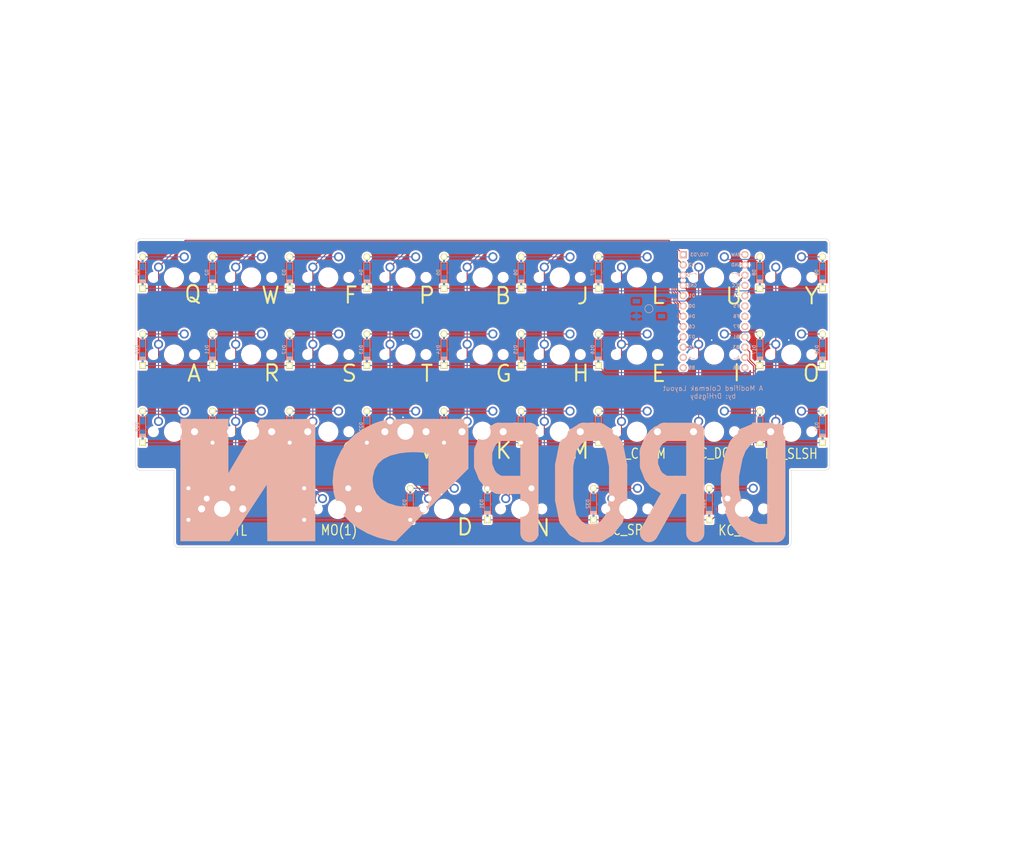
<source format=kicad_pcb>
(kicad_pcb (version 20171130) (host pcbnew "(5.1.9)-1")
  (layers (0 F.Cu signal) (31 B.Cu signal) (34 B.Paste user) (35 F.Paste user) (36 B.SilkS user hide) (37 F.SilkS user) (38 B.Mask user) (39 F.Mask user) (44 Edge.Cuts user))
  (net 0 "")
  (net 1 "Net-(D1-Pad2)")
  (net 2 r1)
  (net 3 "Net-(D2-Pad2)")
  (net 4 "Net-(D3-Pad2)")
  (net 5 "Net-(D4-Pad2)")
  (net 6 "Net-(D5-Pad2)")
  (net 7 "Net-(D6-Pad2)")
  (net 8 "Net-(D7-Pad2)")
  (net 9 "Net-(D8-Pad2)")
  (net 10 "Net-(D9-Pad2)")
  (net 11 "Net-(D10-Pad2)")
  (net 12 r2)
  (net 13 "Net-(D11-Pad2)")
  (net 14 "Net-(D12-Pad2)")
  (net 15 "Net-(D13-Pad2)")
  (net 16 "Net-(D14-Pad2)")
  (net 17 "Net-(D15-Pad2)")
  (net 18 "Net-(D16-Pad2)")
  (net 19 "Net-(D17-Pad2)")
  (net 20 "Net-(D18-Pad2)")
  (net 21 "Net-(D19-Pad2)")
  (net 22 r3)
  (net 23 "Net-(D20-Pad2)")
  (net 24 "Net-(D21-Pad2)")
  (net 25 "Net-(D22-Pad2)")
  (net 26 "Net-(D23-Pad2)")
  (net 27 "Net-(D24-Pad2)")
  (net 28 "Net-(D25-Pad2)")
  (net 29 "Net-(D26-Pad2)")
  (net 30 "Net-(D27-Pad2)")
  (net 31 "Net-(D28-Pad2)")
  (net 32 r4)
  (net 33 "Net-(D29-Pad2)")
  (net 34 "Net-(D30-Pad2)")
  (net 35 "Net-(D31-Pad2)")
  (net 36 "Net-(D32-Pad2)")
  (net 37 "Net-(D33-Pad2)")
  (net 38 c1)
  (net 39 c2)
  (net 40 c3)
  (net 41 c4)
  (net 42 c5)
  (net 43 c6)
  (net 44 c7)
  (net 45 c8)
  (net 46 c9)
  (net 47 "Net-(PM1-Pad24)")
  (net 48 "Net-(PM1-Pad12)")
  (net 49 GND)
  (net 50 RST)
  (net 51 "Net-(PM1-Pad21)")
  (net 52 "Net-(PM1-Pad19)")
  (net 53 "Net-(PM1-Pad18)")
  (net 54 "Net-(PM1-Pad17)")
  (net 55 "Net-(PM1-Pad11)")
  (module random-keyboard-parts:SKQG-1155865 (layer B.Cu) (at 155.376693 39.885971)
    (fp_text reference RESET1 hide)
    (fp_text value reset hide)
    (pad 3 smd rect (at -3.1 -1.85) (size 1.8 1.1) (layers B.Cu B.Paste B.Mask))
    (pad 4 smd rect (at 3.1 1.85) (size 1.8 1.1) (layers B.Cu B.Paste B.Mask))
    (pad 2 smd rect (at -3.1 1.85) (size 1.8 1.1) (layers B.Cu B.Paste B.Mask) (net 49 GND))
    (pad 1 smd rect (at 3.1 -1.85) (size 1.8 1.1) (layers B.Cu B.Paste B.Mask) (net 50 RST))
  )
  (module Keebio-Parts:ArduinoProMicro (layer F.Cu) (at 171.450144 40.481284 270)
    (fp_text reference PM1 hide)
    (fp_text value ProMicro hide)
    (fp_text user ST (at -8.91 -5.04) (layer B.SilkS) (effects (font (size 0.8 0.8)) (justify mirror)))
    (fp_text user TX0/D3 (at -13.97 3.571872) (layer B.SilkS) (effects (font (size 0.8 0.8)) (justify mirror)))
    (fp_text user B2 (at 11.43 -5.461) (layer B.SilkS) (effects (font (size 0.8 0.8)) (justify mirror)))
    (fp_text user F7 (at 3.81 -5.461) (layer B.SilkS) (effects (font (size 0.8 0.8)) (justify mirror)))
    (fp_text user F6 (at 1.27 -5.461) (layer B.SilkS) (effects (font (size 0.8 0.8)) (justify mirror)))
    (fp_text user F5 (at -1.27 -5.461) (layer B.SilkS) (effects (font (size 0.8 0.8)) (justify mirror)))
    (fp_text user RAW (at -13.97 -5.461) (layer B.SilkS) (effects (font (size 0.8 0.8)) (justify mirror)))
    (fp_text user GND (at -11.43 -5.461) (layer B.SilkS) (effects (font (size 0.8 0.8)) (justify mirror)))
    (fp_text user VCC (at -6.35 -5.461) (layer B.SilkS) (effects (font (size 0.8 0.8)) (justify mirror)))
    (fp_text user F4 (at -3.81 -5.461) (layer B.SilkS) (effects (font (size 0.8 0.8)) (justify mirror)))
    (fp_text user B1 (at 6.35 -5.461) (layer B.SilkS) (effects (font (size 0.8 0.8)) (justify mirror)))
    (fp_text user B3 (at 8.89 -5.461) (layer B.SilkS) (effects (font (size 0.8 0.8)) (justify mirror)))
    (fp_text user B6 (at 13.97 -5.461) (layer B.SilkS) (effects (font (size 0.8 0.8)) (justify mirror)))
    (fp_text user B5 (at 13.97 5.461) (layer B.SilkS) (effects (font (size 0.8 0.8)) (justify mirror)))
    (fp_text user B4 (at 11.43 5.461) (layer B.SilkS) (effects (font (size 0.8 0.8)) (justify mirror)))
    (fp_text user E6 (at 8.89 5.461) (layer B.SilkS) (effects (font (size 0.8 0.8)) (justify mirror)))
    (fp_text user D7 (at 6.35 5.461) (layer B.SilkS) (effects (font (size 0.8 0.8)) (justify mirror)))
    (fp_text user C6 (at 3.81 5.461) (layer B.SilkS) (effects (font (size 0.8 0.8)) (justify mirror)))
    (fp_text user D4 (at 1.27 5.461) (layer B.SilkS) (effects (font (size 0.8 0.8)) (justify mirror)))
    (fp_text user GND (at -8.89 5.461) (layer B.SilkS) (effects (font (size 0.8 0.8)) (justify mirror)))
    (fp_text user GND (at -6.35 5.461) (layer B.SilkS) (effects (font (size 0.8 0.8)) (justify mirror)))
    (fp_text user D1 (at -3.81 5.461) (layer B.SilkS) (effects (font (size 0.8 0.8)) (justify mirror)))
    (fp_text user D0 (at -1.27 5.461) (layer B.SilkS) (effects (font (size 0.8 0.8)) (justify mirror)))
    (fp_text user D2 (at -11.43 5.461) (layer B.SilkS) (effects (font (size 0.8 0.8)) (justify mirror)))
    (pad 24 thru_hole circle (at -13.97 -7.62 270) (size 1.7526 1.7526) (drill 1.0922) (layers *.Cu *.SilkS *.Mask) (net 47 "Net-(PM1-Pad24)"))
    (pad 12 thru_hole circle (at 13.97 7.62 270) (size 1.7526 1.7526) (drill 1.0922) (layers *.Cu *.SilkS *.Mask) (net 48 "Net-(PM1-Pad12)"))
    (pad 23 thru_hole circle (at -11.43 -7.62 270) (size 1.7526 1.7526) (drill 1.0922) (layers *.Cu *.SilkS *.Mask) (net 49 GND))
    (pad 22 thru_hole circle (at -8.89 -7.62 270) (size 1.7526 1.7526) (drill 1.0922) (layers *.Cu *.SilkS *.Mask) (net 50 RST))
    (pad 21 thru_hole circle (at -6.35 -7.62 270) (size 1.7526 1.7526) (drill 1.0922) (layers *.Cu *.SilkS *.Mask) (net 51 "Net-(PM1-Pad21)"))
    (pad 20 thru_hole circle (at -3.81 -7.62 270) (size 1.7526 1.7526) (drill 1.0922) (layers *.Cu *.SilkS *.Mask) (net 2 r1))
    (pad 19 thru_hole circle (at -1.27 -7.62 270) (size 1.7526 1.7526) (drill 1.0922) (layers *.Cu *.SilkS *.Mask) (net 52 "Net-(PM1-Pad19)"))
    (pad 18 thru_hole circle (at 1.27 -7.62 270) (size 1.7526 1.7526) (drill 1.0922) (layers *.Cu *.SilkS *.Mask) (net 53 "Net-(PM1-Pad18)"))
    (pad 17 thru_hole circle (at 3.81 -7.62 270) (size 1.7526 1.7526) (drill 1.0922) (layers *.Cu *.SilkS *.Mask) (net 54 "Net-(PM1-Pad17)"))
    (pad 16 thru_hole circle (at 6.35 -7.62 270) (size 1.7526 1.7526) (drill 1.0922) (layers *.Cu *.SilkS *.Mask) (net 46 c9))
    (pad 15 thru_hole circle (at 8.89 -7.62 270) (size 1.7526 1.7526) (drill 1.0922) (layers *.Cu *.SilkS *.Mask) (net 22 r3))
    (pad 14 thru_hole circle (at 11.43 -7.62 270) (size 1.7526 1.7526) (drill 1.0922) (layers *.Cu *.SilkS *.Mask) (net 32 r4))
    (pad 13 thru_hole circle (at 13.97 -7.62 270) (size 1.7526 1.7526) (drill 1.0922) (layers *.Cu *.SilkS *.Mask) (net 12 r2))
    (pad 11 thru_hole circle (at 11.43 7.62 270) (size 1.7526 1.7526) (drill 1.0922) (layers *.Cu *.SilkS *.Mask) (net 55 "Net-(PM1-Pad11)"))
    (pad 10 thru_hole circle (at 8.89 7.62 270) (size 1.7526 1.7526) (drill 1.0922) (layers *.Cu *.SilkS *.Mask) (net 45 c8))
    (pad 9 thru_hole circle (at 6.35 7.62 270) (size 1.7526 1.7526) (drill 1.0922) (layers *.Cu *.SilkS *.Mask) (net 44 c7))
    (pad 8 thru_hole circle (at 3.81 7.62 270) (size 1.7526 1.7526) (drill 1.0922) (layers *.Cu *.SilkS *.Mask) (net 43 c6))
    (pad 7 thru_hole circle (at 1.27 7.62 270) (size 1.7526 1.7526) (drill 1.0922) (layers *.Cu *.SilkS *.Mask) (net 42 c5))
    (pad 6 thru_hole circle (at -1.27 7.62 270) (size 1.7526 1.7526) (drill 1.0922) (layers *.Cu *.SilkS *.Mask) (net 41 c4))
    (pad 5 thru_hole circle (at -3.81 7.62 270) (size 1.7526 1.7526) (drill 1.0922) (layers *.Cu *.SilkS *.Mask) (net 40 c3))
    (pad 4 thru_hole circle (at -6.35 7.62 270) (size 1.7526 1.7526) (drill 1.0922) (layers *.Cu *.SilkS *.Mask) (net 49 GND))
    (pad 3 thru_hole circle (at -8.89 7.62 270) (size 1.7526 1.7526) (drill 1.0922) (layers *.Cu *.SilkS *.Mask) (net 49 GND))
    (pad 2 thru_hole circle (at -11.43 7.62 270) (size 1.7526 1.7526) (drill 1.0922) (layers *.Cu *.SilkS *.Mask) (net 39 c2))
    (pad 1 thru_hole rect (at -13.97 7.62 270) (size 1.7526 1.7526) (drill 1.0922) (layers *.Cu *.SilkS *.Mask) (net 38 c1))
  )
  (module "DropDN:dn large" (layer B.Cu) (at 75.25 82.05 180)
    (fp_text reference G*** hide)
    (fp_text value LOGO hide)
  )
  (module MX_Only:MXOnly-1.25U-NoLED (layer F.Cu) (at 178.5939 89.29695)
    (fp_text reference MX33)
    (fp_text value MX-NoLED)
    (pad 2 thru_hole circle (at 2.54 -5.08) (size 2.25 2.25) (drill 1.47) (layers *.Cu B.Mask) (net 37 "Net-(D33-Pad2)"))
    (pad "" np_thru_hole circle (at 0 0) (size 3.9878 3.9878) (drill 3.9878) (layers *.Cu *.Mask))
    (pad 1 thru_hole circle (at -3.81 -2.54) (size 2.25 2.25) (drill 1.47) (layers *.Cu B.Mask) (net 46 c9))
    (pad "" np_thru_hole circle (at -5.08 0 48.0996) (size 1.75 1.75) (drill 1.75) (layers *.Cu *.Mask))
    (pad "" np_thru_hole circle (at 5.08 0 48.0996) (size 1.75 1.75) (drill 1.75) (layers *.Cu *.Mask))
  )
  (module MX_Only:MXOnly-1.75U-NoLED (layer F.Cu) (at 150.018876 89.29695)
    (fp_text reference MX32)
    (fp_text value MX-NoLED)
    (pad 2 thru_hole circle (at 2.54 -5.08) (size 2.25 2.25) (drill 1.47) (layers *.Cu B.Mask) (net 36 "Net-(D32-Pad2)"))
    (pad "" np_thru_hole circle (at 0 0) (size 3.9878 3.9878) (drill 3.9878) (layers *.Cu *.Mask))
    (pad 1 thru_hole circle (at -3.81 -2.54) (size 2.25 2.25) (drill 1.47) (layers *.Cu B.Mask) (net 44 c7))
    (pad "" np_thru_hole circle (at -5.08 0 48.0996) (size 1.75 1.75) (drill 1.75) (layers *.Cu *.Mask))
    (pad "" np_thru_hole circle (at 5.08 0 48.0996) (size 1.75 1.75) (drill 1.75) (layers *.Cu *.Mask))
  )
  (module MX_Only:MXOnly-1U-NoLED (layer F.Cu) (at 123.825104 89.29695)
    (fp_text reference MX31)
    (fp_text value MX-NoLED)
    (pad 2 thru_hole circle (at 2.54 -5.08) (size 2.25 2.25) (drill 1.47) (layers *.Cu B.Mask) (net 35 "Net-(D31-Pad2)"))
    (pad "" np_thru_hole circle (at 0 0) (size 3.9878 3.9878) (drill 3.9878) (layers *.Cu *.Mask))
    (pad 1 thru_hole circle (at -3.81 -2.54) (size 2.25 2.25) (drill 1.47) (layers *.Cu B.Mask) (net 43 c6))
    (pad "" np_thru_hole circle (at -5.08 0 48.0996) (size 1.75 1.75) (drill 1.75) (layers *.Cu *.Mask))
    (pad "" np_thru_hole circle (at 5.08 0 48.0996) (size 1.75 1.75) (drill 1.75) (layers *.Cu *.Mask))
  )
  (module MX_Only:MXOnly-1U-NoLED (layer F.Cu) (at 104.775088 89.29695)
    (fp_text reference MX30)
    (fp_text value MX-NoLED)
    (pad 2 thru_hole circle (at 2.54 -5.08) (size 2.25 2.25) (drill 1.47) (layers *.Cu B.Mask) (net 34 "Net-(D30-Pad2)"))
    (pad "" np_thru_hole circle (at 0 0) (size 3.9878 3.9878) (drill 3.9878) (layers *.Cu *.Mask))
    (pad 1 thru_hole circle (at -3.81 -2.54) (size 2.25 2.25) (drill 1.47) (layers *.Cu B.Mask) (net 41 c4))
    (pad "" np_thru_hole circle (at -5.08 0 48.0996) (size 1.75 1.75) (drill 1.75) (layers *.Cu *.Mask))
    (pad "" np_thru_hole circle (at 5.08 0 48.0996) (size 1.75 1.75) (drill 1.75) (layers *.Cu *.Mask))
  )
  (module MX_Only:MXOnly-1.75U-NoLED (layer F.Cu) (at 78.581316 89.29695)
    (fp_text reference MX29)
    (fp_text value MX-NoLED)
    (pad 2 thru_hole circle (at 2.54 -5.08) (size 2.25 2.25) (drill 1.47) (layers *.Cu B.Mask) (net 33 "Net-(D29-Pad2)"))
    (pad "" np_thru_hole circle (at 0 0) (size 3.9878 3.9878) (drill 3.9878) (layers *.Cu *.Mask))
    (pad 1 thru_hole circle (at -3.81 -2.54) (size 2.25 2.25) (drill 1.47) (layers *.Cu B.Mask) (net 40 c3))
    (pad "" np_thru_hole circle (at -5.08 0 48.0996) (size 1.75 1.75) (drill 1.75) (layers *.Cu *.Mask))
    (pad "" np_thru_hole circle (at 5.08 0 48.0996) (size 1.75 1.75) (drill 1.75) (layers *.Cu *.Mask))
  )
  (module MX_Only:MXOnly-1.25U-NoLED (layer F.Cu) (at 50.006292 89.29695)
    (fp_text reference MX28)
    (fp_text value MX-NoLED)
    (pad 2 thru_hole circle (at 2.54 -5.08) (size 2.25 2.25) (drill 1.47) (layers *.Cu B.Mask) (net 31 "Net-(D28-Pad2)"))
    (pad "" np_thru_hole circle (at 0 0) (size 3.9878 3.9878) (drill 3.9878) (layers *.Cu *.Mask))
    (pad 1 thru_hole circle (at -3.81 -2.54) (size 2.25 2.25) (drill 1.47) (layers *.Cu B.Mask) (net 39 c2))
    (pad "" np_thru_hole circle (at -5.08 0 48.0996) (size 1.75 1.75) (drill 1.75) (layers *.Cu *.Mask))
    (pad "" np_thru_hole circle (at 5.08 0 48.0996) (size 1.75 1.75) (drill 1.75) (layers *.Cu *.Mask))
  )
  (module MX_Only:MXOnly-1U-NoLED (layer F.Cu) (at 190.50016 70.246934)
    (fp_text reference MX27)
    (fp_text value MX-NoLED)
    (pad 2 thru_hole circle (at 2.54 -5.08) (size 2.25 2.25) (drill 1.47) (layers *.Cu B.Mask) (net 30 "Net-(D27-Pad2)"))
    (pad "" np_thru_hole circle (at 0 0) (size 3.9878 3.9878) (drill 3.9878) (layers *.Cu *.Mask))
    (pad 1 thru_hole circle (at -3.81 -2.54) (size 2.25 2.25) (drill 1.47) (layers *.Cu B.Mask) (net 46 c9))
    (pad "" np_thru_hole circle (at -5.08 0 48.0996) (size 1.75 1.75) (drill 1.75) (layers *.Cu *.Mask))
    (pad "" np_thru_hole circle (at 5.08 0 48.0996) (size 1.75 1.75) (drill 1.75) (layers *.Cu *.Mask))
  )
  (module MX_Only:MXOnly-1U-NoLED (layer F.Cu) (at 171.450144 70.246934)
    (fp_text reference MX26)
    (fp_text value MX-NoLED)
    (pad 2 thru_hole circle (at 2.54 -5.08) (size 2.25 2.25) (drill 1.47) (layers *.Cu B.Mask) (net 29 "Net-(D26-Pad2)"))
    (pad "" np_thru_hole circle (at 0 0) (size 3.9878 3.9878) (drill 3.9878) (layers *.Cu *.Mask))
    (pad 1 thru_hole circle (at -3.81 -2.54) (size 2.25 2.25) (drill 1.47) (layers *.Cu B.Mask) (net 45 c8))
    (pad "" np_thru_hole circle (at -5.08 0 48.0996) (size 1.75 1.75) (drill 1.75) (layers *.Cu *.Mask))
    (pad "" np_thru_hole circle (at 5.08 0 48.0996) (size 1.75 1.75) (drill 1.75) (layers *.Cu *.Mask))
  )
  (module MX_Only:MXOnly-1U-NoLED (layer F.Cu) (at 152.400128 70.246934)
    (fp_text reference MX25)
    (fp_text value MX-NoLED)
    (pad 2 thru_hole circle (at 2.54 -5.08) (size 2.25 2.25) (drill 1.47) (layers *.Cu B.Mask) (net 28 "Net-(D25-Pad2)"))
    (pad "" np_thru_hole circle (at 0 0) (size 3.9878 3.9878) (drill 3.9878) (layers *.Cu *.Mask))
    (pad 1 thru_hole circle (at -3.81 -2.54) (size 2.25 2.25) (drill 1.47) (layers *.Cu B.Mask) (net 44 c7))
    (pad "" np_thru_hole circle (at -5.08 0 48.0996) (size 1.75 1.75) (drill 1.75) (layers *.Cu *.Mask))
    (pad "" np_thru_hole circle (at 5.08 0 48.0996) (size 1.75 1.75) (drill 1.75) (layers *.Cu *.Mask))
  )
  (module MX_Only:MXOnly-1U-NoLED (layer F.Cu) (at 133.350112 70.246934)
    (fp_text reference MX24)
    (fp_text value MX-NoLED)
    (pad 2 thru_hole circle (at 2.54 -5.08) (size 2.25 2.25) (drill 1.47) (layers *.Cu B.Mask) (net 27 "Net-(D24-Pad2)"))
    (pad "" np_thru_hole circle (at 0 0) (size 3.9878 3.9878) (drill 3.9878) (layers *.Cu *.Mask))
    (pad 1 thru_hole circle (at -3.81 -2.54) (size 2.25 2.25) (drill 1.47) (layers *.Cu B.Mask) (net 43 c6))
    (pad "" np_thru_hole circle (at -5.08 0 48.0996) (size 1.75 1.75) (drill 1.75) (layers *.Cu *.Mask))
    (pad "" np_thru_hole circle (at 5.08 0 48.0996) (size 1.75 1.75) (drill 1.75) (layers *.Cu *.Mask))
  )
  (module MX_Only:MXOnly-1U-NoLED (layer F.Cu) (at 114.300096 70.246934)
    (fp_text reference MX23)
    (fp_text value MX-NoLED)
    (pad 2 thru_hole circle (at 2.54 -5.08) (size 2.25 2.25) (drill 1.47) (layers *.Cu B.Mask) (net 26 "Net-(D23-Pad2)"))
    (pad "" np_thru_hole circle (at 0 0) (size 3.9878 3.9878) (drill 3.9878) (layers *.Cu *.Mask))
    (pad 1 thru_hole circle (at -3.81 -2.54) (size 2.25 2.25) (drill 1.47) (layers *.Cu B.Mask) (net 42 c5))
    (pad "" np_thru_hole circle (at -5.08 0 48.0996) (size 1.75 1.75) (drill 1.75) (layers *.Cu *.Mask))
    (pad "" np_thru_hole circle (at 5.08 0 48.0996) (size 1.75 1.75) (drill 1.75) (layers *.Cu *.Mask))
  )
  (module MX_Only:MXOnly-1U-NoLED (layer F.Cu) (at 95.25008 70.246934)
    (fp_text reference MX22)
    (fp_text value MX-NoLED)
    (pad 2 thru_hole circle (at 2.54 -5.08) (size 2.25 2.25) (drill 1.47) (layers *.Cu B.Mask) (net 25 "Net-(D22-Pad2)"))
    (pad "" np_thru_hole circle (at 0 0) (size 3.9878 3.9878) (drill 3.9878) (layers *.Cu *.Mask))
    (pad 1 thru_hole circle (at -3.81 -2.54) (size 2.25 2.25) (drill 1.47) (layers *.Cu B.Mask) (net 41 c4))
    (pad "" np_thru_hole circle (at -5.08 0 48.0996) (size 1.75 1.75) (drill 1.75) (layers *.Cu *.Mask))
    (pad "" np_thru_hole circle (at 5.08 0 48.0996) (size 1.75 1.75) (drill 1.75) (layers *.Cu *.Mask))
  )
  (module MX_Only:MXOnly-1U-NoLED (layer F.Cu) (at 76.200064 70.246934)
    (fp_text reference MX21)
    (fp_text value MX-NoLED)
    (pad 2 thru_hole circle (at 2.54 -5.08) (size 2.25 2.25) (drill 1.47) (layers *.Cu B.Mask) (net 24 "Net-(D21-Pad2)"))
    (pad "" np_thru_hole circle (at 0 0) (size 3.9878 3.9878) (drill 3.9878) (layers *.Cu *.Mask))
    (pad 1 thru_hole circle (at -3.81 -2.54) (size 2.25 2.25) (drill 1.47) (layers *.Cu B.Mask) (net 40 c3))
    (pad "" np_thru_hole circle (at -5.08 0 48.0996) (size 1.75 1.75) (drill 1.75) (layers *.Cu *.Mask))
    (pad "" np_thru_hole circle (at 5.08 0 48.0996) (size 1.75 1.75) (drill 1.75) (layers *.Cu *.Mask))
  )
  (module MX_Only:MXOnly-1U-NoLED (layer F.Cu) (at 57.150048 70.246934)
    (fp_text reference MX20)
    (fp_text value MX-NoLED)
    (pad 2 thru_hole circle (at 2.54 -5.08) (size 2.25 2.25) (drill 1.47) (layers *.Cu B.Mask) (net 23 "Net-(D20-Pad2)"))
    (pad "" np_thru_hole circle (at 0 0) (size 3.9878 3.9878) (drill 3.9878) (layers *.Cu *.Mask))
    (pad 1 thru_hole circle (at -3.81 -2.54) (size 2.25 2.25) (drill 1.47) (layers *.Cu B.Mask) (net 39 c2))
    (pad "" np_thru_hole circle (at -5.08 0 48.0996) (size 1.75 1.75) (drill 1.75) (layers *.Cu *.Mask))
    (pad "" np_thru_hole circle (at 5.08 0 48.0996) (size 1.75 1.75) (drill 1.75) (layers *.Cu *.Mask))
  )
  (module MX_Only:MXOnly-1U-NoLED (layer F.Cu) (at 38.100032 70.246934)
    (fp_text reference MX19)
    (fp_text value MX-NoLED)
    (pad 2 thru_hole circle (at 2.54 -5.08) (size 2.25 2.25) (drill 1.47) (layers *.Cu B.Mask) (net 21 "Net-(D19-Pad2)"))
    (pad "" np_thru_hole circle (at 0 0) (size 3.9878 3.9878) (drill 3.9878) (layers *.Cu *.Mask))
    (pad 1 thru_hole circle (at -3.81 -2.54) (size 2.25 2.25) (drill 1.47) (layers *.Cu B.Mask) (net 38 c1))
    (pad "" np_thru_hole circle (at -5.08 0 48.0996) (size 1.75 1.75) (drill 1.75) (layers *.Cu *.Mask))
    (pad "" np_thru_hole circle (at 5.08 0 48.0996) (size 1.75 1.75) (drill 1.75) (layers *.Cu *.Mask))
  )
  (module MX_Only:MXOnly-1U-NoLED (layer F.Cu) (at 190.50016 51.196918)
    (fp_text reference MX18)
    (fp_text value MX-NoLED)
    (pad 2 thru_hole circle (at 2.54 -5.08) (size 2.25 2.25) (drill 1.47) (layers *.Cu B.Mask) (net 20 "Net-(D18-Pad2)"))
    (pad "" np_thru_hole circle (at 0 0) (size 3.9878 3.9878) (drill 3.9878) (layers *.Cu *.Mask))
    (pad 1 thru_hole circle (at -3.81 -2.54) (size 2.25 2.25) (drill 1.47) (layers *.Cu B.Mask) (net 46 c9))
    (pad "" np_thru_hole circle (at -5.08 0 48.0996) (size 1.75 1.75) (drill 1.75) (layers *.Cu *.Mask))
    (pad "" np_thru_hole circle (at 5.08 0 48.0996) (size 1.75 1.75) (drill 1.75) (layers *.Cu *.Mask))
  )
  (module MX_Only:MXOnly-1U-NoLED (layer F.Cu) (at 171.450144 51.196918)
    (fp_text reference MX17)
    (fp_text value MX-NoLED)
    (pad 2 thru_hole circle (at 2.54 -5.08) (size 2.25 2.25) (drill 1.47) (layers *.Cu B.Mask) (net 19 "Net-(D17-Pad2)"))
    (pad "" np_thru_hole circle (at 0 0) (size 3.9878 3.9878) (drill 3.9878) (layers *.Cu *.Mask))
    (pad 1 thru_hole circle (at -3.81 -2.54) (size 2.25 2.25) (drill 1.47) (layers *.Cu B.Mask) (net 45 c8))
    (pad "" np_thru_hole circle (at -5.08 0 48.0996) (size 1.75 1.75) (drill 1.75) (layers *.Cu *.Mask))
    (pad "" np_thru_hole circle (at 5.08 0 48.0996) (size 1.75 1.75) (drill 1.75) (layers *.Cu *.Mask))
  )
  (module MX_Only:MXOnly-1U-NoLED (layer F.Cu) (at 152.400128 51.196918)
    (fp_text reference MX16)
    (fp_text value MX-NoLED)
    (pad 2 thru_hole circle (at 2.54 -5.08) (size 2.25 2.25) (drill 1.47) (layers *.Cu B.Mask) (net 18 "Net-(D16-Pad2)"))
    (pad "" np_thru_hole circle (at 0 0) (size 3.9878 3.9878) (drill 3.9878) (layers *.Cu *.Mask))
    (pad 1 thru_hole circle (at -3.81 -2.54) (size 2.25 2.25) (drill 1.47) (layers *.Cu B.Mask) (net 44 c7))
    (pad "" np_thru_hole circle (at -5.08 0 48.0996) (size 1.75 1.75) (drill 1.75) (layers *.Cu *.Mask))
    (pad "" np_thru_hole circle (at 5.08 0 48.0996) (size 1.75 1.75) (drill 1.75) (layers *.Cu *.Mask))
  )
  (module MX_Only:MXOnly-1U-NoLED (layer F.Cu) (at 133.350112 51.196918)
    (fp_text reference MX15)
    (fp_text value MX-NoLED)
    (pad 2 thru_hole circle (at 2.54 -5.08) (size 2.25 2.25) (drill 1.47) (layers *.Cu B.Mask) (net 17 "Net-(D15-Pad2)"))
    (pad "" np_thru_hole circle (at 0 0) (size 3.9878 3.9878) (drill 3.9878) (layers *.Cu *.Mask))
    (pad 1 thru_hole circle (at -3.81 -2.54) (size 2.25 2.25) (drill 1.47) (layers *.Cu B.Mask) (net 43 c6))
    (pad "" np_thru_hole circle (at -5.08 0 48.0996) (size 1.75 1.75) (drill 1.75) (layers *.Cu *.Mask))
    (pad "" np_thru_hole circle (at 5.08 0 48.0996) (size 1.75 1.75) (drill 1.75) (layers *.Cu *.Mask))
  )
  (module MX_Only:MXOnly-1U-NoLED (layer F.Cu) (at 114.300096 51.196918)
    (fp_text reference MX14)
    (fp_text value MX-NoLED)
    (pad 2 thru_hole circle (at 2.54 -5.08) (size 2.25 2.25) (drill 1.47) (layers *.Cu B.Mask) (net 16 "Net-(D14-Pad2)"))
    (pad "" np_thru_hole circle (at 0 0) (size 3.9878 3.9878) (drill 3.9878) (layers *.Cu *.Mask))
    (pad 1 thru_hole circle (at -3.81 -2.54) (size 2.25 2.25) (drill 1.47) (layers *.Cu B.Mask) (net 42 c5))
    (pad "" np_thru_hole circle (at -5.08 0 48.0996) (size 1.75 1.75) (drill 1.75) (layers *.Cu *.Mask))
    (pad "" np_thru_hole circle (at 5.08 0 48.0996) (size 1.75 1.75) (drill 1.75) (layers *.Cu *.Mask))
  )
  (module MX_Only:MXOnly-1U-NoLED (layer F.Cu) (at 95.25008 51.196918)
    (fp_text reference MX13)
    (fp_text value MX-NoLED)
    (pad 2 thru_hole circle (at 2.54 -5.08) (size 2.25 2.25) (drill 1.47) (layers *.Cu B.Mask) (net 15 "Net-(D13-Pad2)"))
    (pad "" np_thru_hole circle (at 0 0) (size 3.9878 3.9878) (drill 3.9878) (layers *.Cu *.Mask))
    (pad 1 thru_hole circle (at -3.81 -2.54) (size 2.25 2.25) (drill 1.47) (layers *.Cu B.Mask) (net 41 c4))
    (pad "" np_thru_hole circle (at -5.08 0 48.0996) (size 1.75 1.75) (drill 1.75) (layers *.Cu *.Mask))
    (pad "" np_thru_hole circle (at 5.08 0 48.0996) (size 1.75 1.75) (drill 1.75) (layers *.Cu *.Mask))
  )
  (module MX_Only:MXOnly-1U-NoLED (layer F.Cu) (at 76.200064 51.196918)
    (fp_text reference MX12)
    (fp_text value MX-NoLED)
    (pad 2 thru_hole circle (at 2.54 -5.08) (size 2.25 2.25) (drill 1.47) (layers *.Cu B.Mask) (net 14 "Net-(D12-Pad2)"))
    (pad "" np_thru_hole circle (at 0 0) (size 3.9878 3.9878) (drill 3.9878) (layers *.Cu *.Mask))
    (pad 1 thru_hole circle (at -3.81 -2.54) (size 2.25 2.25) (drill 1.47) (layers *.Cu B.Mask) (net 40 c3))
    (pad "" np_thru_hole circle (at -5.08 0 48.0996) (size 1.75 1.75) (drill 1.75) (layers *.Cu *.Mask))
    (pad "" np_thru_hole circle (at 5.08 0 48.0996) (size 1.75 1.75) (drill 1.75) (layers *.Cu *.Mask))
  )
  (module MX_Only:MXOnly-1U-NoLED (layer F.Cu) (at 57.150048 51.196918)
    (fp_text reference MX11)
    (fp_text value MX-NoLED)
    (pad 2 thru_hole circle (at 2.54 -5.08) (size 2.25 2.25) (drill 1.47) (layers *.Cu B.Mask) (net 13 "Net-(D11-Pad2)"))
    (pad "" np_thru_hole circle (at 0 0) (size 3.9878 3.9878) (drill 3.9878) (layers *.Cu *.Mask))
    (pad 1 thru_hole circle (at -3.81 -2.54) (size 2.25 2.25) (drill 1.47) (layers *.Cu B.Mask) (net 39 c2))
    (pad "" np_thru_hole circle (at -5.08 0 48.0996) (size 1.75 1.75) (drill 1.75) (layers *.Cu *.Mask))
    (pad "" np_thru_hole circle (at 5.08 0 48.0996) (size 1.75 1.75) (drill 1.75) (layers *.Cu *.Mask))
  )
  (module MX_Only:MXOnly-1U-NoLED (layer F.Cu) (at 38.100032 51.196918)
    (fp_text reference MX10)
    (fp_text value MX-NoLED)
    (pad 2 thru_hole circle (at 2.54 -5.08) (size 2.25 2.25) (drill 1.47) (layers *.Cu B.Mask) (net 11 "Net-(D10-Pad2)"))
    (pad "" np_thru_hole circle (at 0 0) (size 3.9878 3.9878) (drill 3.9878) (layers *.Cu *.Mask))
    (pad 1 thru_hole circle (at -3.81 -2.54) (size 2.25 2.25) (drill 1.47) (layers *.Cu B.Mask) (net 38 c1))
    (pad "" np_thru_hole circle (at -5.08 0 48.0996) (size 1.75 1.75) (drill 1.75) (layers *.Cu *.Mask))
    (pad "" np_thru_hole circle (at 5.08 0 48.0996) (size 1.75 1.75) (drill 1.75) (layers *.Cu *.Mask))
  )
  (module MX_Only:MXOnly-1U-NoLED (layer F.Cu) (at 190.50016 32.146902)
    (fp_text reference MX9)
    (fp_text value MX-NoLED)
    (pad 2 thru_hole circle (at 2.54 -5.08) (size 2.25 2.25) (drill 1.47) (layers *.Cu B.Mask) (net 10 "Net-(D9-Pad2)"))
    (pad "" np_thru_hole circle (at 0 0) (size 3.9878 3.9878) (drill 3.9878) (layers *.Cu *.Mask))
    (pad 1 thru_hole circle (at -3.81 -2.54) (size 2.25 2.25) (drill 1.47) (layers *.Cu B.Mask) (net 46 c9))
    (pad "" np_thru_hole circle (at -5.08 0 48.0996) (size 1.75 1.75) (drill 1.75) (layers *.Cu *.Mask))
    (pad "" np_thru_hole circle (at 5.08 0 48.0996) (size 1.75 1.75) (drill 1.75) (layers *.Cu *.Mask))
  )
  (module MX_Only:MXOnly-1U-NoLED (layer F.Cu) (at 171.450144 32.146902)
    (fp_text reference MX8)
    (fp_text value MX-NoLED)
    (pad 2 thru_hole circle (at 2.54 -5.08) (size 2.25 2.25) (drill 1.47) (layers *.Cu B.Mask) (net 9 "Net-(D8-Pad2)"))
    (pad "" np_thru_hole circle (at 0 0) (size 3.9878 3.9878) (drill 3.9878) (layers *.Cu *.Mask))
    (pad 1 thru_hole circle (at -3.81 -2.54) (size 2.25 2.25) (drill 1.47) (layers *.Cu B.Mask) (net 45 c8))
    (pad "" np_thru_hole circle (at -5.08 0 48.0996) (size 1.75 1.75) (drill 1.75) (layers *.Cu *.Mask))
    (pad "" np_thru_hole circle (at 5.08 0 48.0996) (size 1.75 1.75) (drill 1.75) (layers *.Cu *.Mask))
  )
  (module MX_Only:MXOnly-1U-NoLED (layer F.Cu) (at 152.400128 32.146902)
    (fp_text reference MX7)
    (fp_text value MX-NoLED)
    (pad 2 thru_hole circle (at 2.54 -5.08) (size 2.25 2.25) (drill 1.47) (layers *.Cu B.Mask) (net 8 "Net-(D7-Pad2)"))
    (pad "" np_thru_hole circle (at 0 0) (size 3.9878 3.9878) (drill 3.9878) (layers *.Cu *.Mask))
    (pad 1 thru_hole circle (at -3.81 -2.54) (size 2.25 2.25) (drill 1.47) (layers *.Cu B.Mask) (net 44 c7))
    (pad "" np_thru_hole circle (at -5.08 0 48.0996) (size 1.75 1.75) (drill 1.75) (layers *.Cu *.Mask))
    (pad "" np_thru_hole circle (at 5.08 0 48.0996) (size 1.75 1.75) (drill 1.75) (layers *.Cu *.Mask))
  )
  (module MX_Only:MXOnly-1U-NoLED (layer F.Cu) (at 133.350112 32.146902)
    (fp_text reference MX6)
    (fp_text value MX-NoLED)
    (pad 2 thru_hole circle (at 2.54 -5.08) (size 2.25 2.25) (drill 1.47) (layers *.Cu B.Mask) (net 7 "Net-(D6-Pad2)"))
    (pad "" np_thru_hole circle (at 0 0) (size 3.9878 3.9878) (drill 3.9878) (layers *.Cu *.Mask))
    (pad 1 thru_hole circle (at -3.81 -2.54) (size 2.25 2.25) (drill 1.47) (layers *.Cu B.Mask) (net 43 c6))
    (pad "" np_thru_hole circle (at -5.08 0 48.0996) (size 1.75 1.75) (drill 1.75) (layers *.Cu *.Mask))
    (pad "" np_thru_hole circle (at 5.08 0 48.0996) (size 1.75 1.75) (drill 1.75) (layers *.Cu *.Mask))
  )
  (module MX_Only:MXOnly-1U-NoLED (layer F.Cu) (at 114.300096 32.146902)
    (fp_text reference MX5)
    (fp_text value MX-NoLED)
    (pad 2 thru_hole circle (at 2.54 -5.08) (size 2.25 2.25) (drill 1.47) (layers *.Cu B.Mask) (net 6 "Net-(D5-Pad2)"))
    (pad "" np_thru_hole circle (at 0 0) (size 3.9878 3.9878) (drill 3.9878) (layers *.Cu *.Mask))
    (pad 1 thru_hole circle (at -3.81 -2.54) (size 2.25 2.25) (drill 1.47) (layers *.Cu B.Mask) (net 42 c5))
    (pad "" np_thru_hole circle (at -5.08 0 48.0996) (size 1.75 1.75) (drill 1.75) (layers *.Cu *.Mask))
    (pad "" np_thru_hole circle (at 5.08 0 48.0996) (size 1.75 1.75) (drill 1.75) (layers *.Cu *.Mask))
  )
  (module MX_Only:MXOnly-1U-NoLED (layer F.Cu) (at 95.25008 32.146902)
    (fp_text reference MX4)
    (fp_text value MX-NoLED)
    (pad 2 thru_hole circle (at 2.54 -5.08) (size 2.25 2.25) (drill 1.47) (layers *.Cu B.Mask) (net 5 "Net-(D4-Pad2)"))
    (pad "" np_thru_hole circle (at 0 0) (size 3.9878 3.9878) (drill 3.9878) (layers *.Cu *.Mask))
    (pad 1 thru_hole circle (at -3.81 -2.54) (size 2.25 2.25) (drill 1.47) (layers *.Cu B.Mask) (net 41 c4))
    (pad "" np_thru_hole circle (at -5.08 0 48.0996) (size 1.75 1.75) (drill 1.75) (layers *.Cu *.Mask))
    (pad "" np_thru_hole circle (at 5.08 0 48.0996) (size 1.75 1.75) (drill 1.75) (layers *.Cu *.Mask))
  )
  (module MX_Only:MXOnly-1U-NoLED (layer F.Cu) (at 76.200064 32.146902)
    (fp_text reference MX3)
    (fp_text value MX-NoLED)
    (pad 2 thru_hole circle (at 2.54 -5.08) (size 2.25 2.25) (drill 1.47) (layers *.Cu B.Mask) (net 4 "Net-(D3-Pad2)"))
    (pad "" np_thru_hole circle (at 0 0) (size 3.9878 3.9878) (drill 3.9878) (layers *.Cu *.Mask))
    (pad 1 thru_hole circle (at -3.81 -2.54) (size 2.25 2.25) (drill 1.47) (layers *.Cu B.Mask) (net 40 c3))
    (pad "" np_thru_hole circle (at -5.08 0 48.0996) (size 1.75 1.75) (drill 1.75) (layers *.Cu *.Mask))
    (pad "" np_thru_hole circle (at 5.08 0 48.0996) (size 1.75 1.75) (drill 1.75) (layers *.Cu *.Mask))
  )
  (module MX_Only:MXOnly-1U-NoLED (layer F.Cu) (at 57.150048 32.146902)
    (fp_text reference MX2)
    (fp_text value MX-NoLED)
    (pad 2 thru_hole circle (at 2.54 -5.08) (size 2.25 2.25) (drill 1.47) (layers *.Cu B.Mask) (net 3 "Net-(D2-Pad2)"))
    (pad "" np_thru_hole circle (at 0 0) (size 3.9878 3.9878) (drill 3.9878) (layers *.Cu *.Mask))
    (pad 1 thru_hole circle (at -3.81 -2.54) (size 2.25 2.25) (drill 1.47) (layers *.Cu B.Mask) (net 39 c2))
    (pad "" np_thru_hole circle (at -5.08 0 48.0996) (size 1.75 1.75) (drill 1.75) (layers *.Cu *.Mask))
    (pad "" np_thru_hole circle (at 5.08 0 48.0996) (size 1.75 1.75) (drill 1.75) (layers *.Cu *.Mask))
  )
  (module MX_Only:MXOnly-1U-NoLED (layer F.Cu) (at 38.100032 32.146902)
    (fp_text reference MX1)
    (fp_text value MX-NoLED)
    (pad 2 thru_hole circle (at 2.54 -5.08) (size 2.25 2.25) (drill 1.47) (layers *.Cu B.Mask) (net 1 "Net-(D1-Pad2)"))
    (pad "" np_thru_hole circle (at 0 0) (size 3.9878 3.9878) (drill 3.9878) (layers *.Cu *.Mask))
    (pad 1 thru_hole circle (at -3.81 -2.54) (size 2.25 2.25) (drill 1.47) (layers *.Cu B.Mask) (net 38 c1))
    (pad "" np_thru_hole circle (at -5.08 0 48.0996) (size 1.75 1.75) (drill 1.75) (layers *.Cu *.Mask))
    (pad "" np_thru_hole circle (at 5.08 0 48.0996) (size 1.75 1.75) (drill 1.75) (layers *.Cu *.Mask))
  )
  (module Keebio-Parts:Diode-Hybrid-Back (layer F.Cu) (at 170.259518 88.106324 270)
    (fp_text reference D33 (at -0.0254 1.4 90) (layer B.SilkS) (effects (font (size 0.8 0.8)) (justify mirror)))
    (fp_text value D_Small hide)
    (pad 1 thru_hole rect (at 3.9 0 270) (size 1.6 1.6) (drill 1) (layers *.Cu *.Mask F.SilkS) (net 32 r4))
    (pad 2 thru_hole circle (at -3.9 0 270) (size 1.6 1.6) (drill 1) (layers *.Cu *.Mask F.SilkS) (net 37 "Net-(D33-Pad2)"))
    (pad 1 smd rect (at 2.5 0 270) (size 2.9 0.5) (layers B.Cu) (net 32 r4))
    (pad 1 smd rect (at 1.4 0 270) (size 1.6 1.2) (layers B.Cu B.Paste B.Mask) (net 32 r4))
    (pad 2 smd rect (at -1.4 0 270) (size 1.6 1.2) (layers B.Cu B.Paste B.Mask) (net 37 "Net-(D33-Pad2)"))
    (pad 2 smd rect (at -2.5 0 270) (size 2.9 0.5) (layers B.Cu) (net 37 "Net-(D33-Pad2)"))
  )
  (module Keebio-Parts:Diode-Hybrid-Back (layer F.Cu) (at 141.684494 88.106324 270)
    (fp_text reference D32 (at -0.0254 1.4 90) (layer B.SilkS) (effects (font (size 0.8 0.8)) (justify mirror)))
    (fp_text value D_Small hide)
    (pad 1 thru_hole rect (at 3.9 0 270) (size 1.6 1.6) (drill 1) (layers *.Cu *.Mask F.SilkS) (net 32 r4))
    (pad 2 thru_hole circle (at -3.9 0 270) (size 1.6 1.6) (drill 1) (layers *.Cu *.Mask F.SilkS) (net 36 "Net-(D32-Pad2)"))
    (pad 1 smd rect (at 2.5 0 270) (size 2.9 0.5) (layers B.Cu) (net 32 r4))
    (pad 1 smd rect (at 1.4 0 270) (size 1.6 1.2) (layers B.Cu B.Paste B.Mask) (net 32 r4))
    (pad 2 smd rect (at -1.4 0 270) (size 1.6 1.2) (layers B.Cu B.Paste B.Mask) (net 36 "Net-(D32-Pad2)"))
    (pad 2 smd rect (at -2.5 0 270) (size 2.9 0.5) (layers B.Cu) (net 36 "Net-(D32-Pad2)"))
  )
  (module Keebio-Parts:Diode-Hybrid-Back (layer F.Cu) (at 115.490722 88.106324 270)
    (fp_text reference D31 (at -0.0254 1.4 90) (layer B.SilkS) (effects (font (size 0.8 0.8)) (justify mirror)))
    (fp_text value D_Small hide)
    (pad 1 thru_hole rect (at 3.9 0 270) (size 1.6 1.6) (drill 1) (layers *.Cu *.Mask F.SilkS) (net 32 r4))
    (pad 2 thru_hole circle (at -3.9 0 270) (size 1.6 1.6) (drill 1) (layers *.Cu *.Mask F.SilkS) (net 35 "Net-(D31-Pad2)"))
    (pad 1 smd rect (at 2.5 0 270) (size 2.9 0.5) (layers B.Cu) (net 32 r4))
    (pad 1 smd rect (at 1.4 0 270) (size 1.6 1.2) (layers B.Cu B.Paste B.Mask) (net 32 r4))
    (pad 2 smd rect (at -1.4 0 270) (size 1.6 1.2) (layers B.Cu B.Paste B.Mask) (net 35 "Net-(D31-Pad2)"))
    (pad 2 smd rect (at -2.5 0 270) (size 2.9 0.5) (layers B.Cu) (net 35 "Net-(D31-Pad2)"))
  )
  (module Keebio-Parts:Diode-Hybrid-Back (layer F.Cu) (at 96.440706 88.106324 270)
    (fp_text reference D30 (at -0.0254 1.4 90) (layer B.SilkS) (effects (font (size 0.8 0.8)) (justify mirror)))
    (fp_text value D_Small hide)
    (pad 1 thru_hole rect (at 3.9 0 270) (size 1.6 1.6) (drill 1) (layers *.Cu *.Mask F.SilkS) (net 32 r4))
    (pad 2 thru_hole circle (at -3.9 0 270) (size 1.6 1.6) (drill 1) (layers *.Cu *.Mask F.SilkS) (net 34 "Net-(D30-Pad2)"))
    (pad 1 smd rect (at 2.5 0 270) (size 2.9 0.5) (layers B.Cu) (net 32 r4))
    (pad 1 smd rect (at 1.4 0 270) (size 1.6 1.2) (layers B.Cu B.Paste B.Mask) (net 32 r4))
    (pad 2 smd rect (at -1.4 0 270) (size 1.6 1.2) (layers B.Cu B.Paste B.Mask) (net 34 "Net-(D30-Pad2)"))
    (pad 2 smd rect (at -2.5 0 270) (size 2.9 0.5) (layers B.Cu) (net 34 "Net-(D30-Pad2)"))
  )
  (module Keebio-Parts:Diode-Hybrid-Back (layer F.Cu) (at 70.246934 88.106324 270)
    (fp_text reference D29 (at -0.0254 1.4 90) (layer B.SilkS) (effects (font (size 0.8 0.8)) (justify mirror)))
    (fp_text value D_Small hide)
    (pad 1 thru_hole rect (at 3.9 0 270) (size 1.6 1.6) (drill 1) (layers *.Cu *.Mask F.SilkS) (net 32 r4))
    (pad 2 thru_hole circle (at -3.9 0 270) (size 1.6 1.6) (drill 1) (layers *.Cu *.Mask F.SilkS) (net 33 "Net-(D29-Pad2)"))
    (pad 1 smd rect (at 2.5 0 270) (size 2.9 0.5) (layers B.Cu) (net 32 r4))
    (pad 1 smd rect (at 1.4 0 270) (size 1.6 1.2) (layers B.Cu B.Paste B.Mask) (net 32 r4))
    (pad 2 smd rect (at -1.4 0 270) (size 1.6 1.2) (layers B.Cu B.Paste B.Mask) (net 33 "Net-(D29-Pad2)"))
    (pad 2 smd rect (at -2.5 0 270) (size 2.9 0.5) (layers B.Cu) (net 33 "Net-(D29-Pad2)"))
  )
  (module Keebio-Parts:Diode-Hybrid-Back (layer F.Cu) (at 41.67191 88.106324 270)
    (fp_text reference D28 (at -0.0254 1.4 90) (layer B.SilkS) (effects (font (size 0.8 0.8)) (justify mirror)))
    (fp_text value D_Small hide)
    (pad 1 thru_hole rect (at 3.9 0 270) (size 1.6 1.6) (drill 1) (layers *.Cu *.Mask F.SilkS) (net 32 r4))
    (pad 2 thru_hole circle (at -3.9 0 270) (size 1.6 1.6) (drill 1) (layers *.Cu *.Mask F.SilkS) (net 31 "Net-(D28-Pad2)"))
    (pad 1 smd rect (at 2.5 0 270) (size 2.9 0.5) (layers B.Cu) (net 32 r4))
    (pad 1 smd rect (at 1.4 0 270) (size 1.6 1.2) (layers B.Cu B.Paste B.Mask) (net 32 r4))
    (pad 2 smd rect (at -1.4 0 270) (size 1.6 1.2) (layers B.Cu B.Paste B.Mask) (net 31 "Net-(D28-Pad2)"))
    (pad 2 smd rect (at -2.5 0 270) (size 2.9 0.5) (layers B.Cu) (net 31 "Net-(D28-Pad2)"))
  )
  (module Keebio-Parts:Diode-Hybrid-Back (layer F.Cu) (at 198.239229 69.056308 270)
    (fp_text reference D27 (at -0.0254 1.4 90) (layer B.SilkS) (effects (font (size 0.8 0.8)) (justify mirror)))
    (fp_text value D_Small hide)
    (pad 1 thru_hole rect (at 3.9 0 270) (size 1.6 1.6) (drill 1) (layers *.Cu *.Mask F.SilkS) (net 22 r3))
    (pad 2 thru_hole circle (at -3.9 0 270) (size 1.6 1.6) (drill 1) (layers *.Cu *.Mask F.SilkS) (net 30 "Net-(D27-Pad2)"))
    (pad 1 smd rect (at 2.5 0 270) (size 2.9 0.5) (layers B.Cu) (net 22 r3))
    (pad 1 smd rect (at 1.4 0 270) (size 1.6 1.2) (layers B.Cu B.Paste B.Mask) (net 22 r3))
    (pad 2 smd rect (at -1.4 0 270) (size 1.6 1.2) (layers B.Cu B.Paste B.Mask) (net 30 "Net-(D27-Pad2)"))
    (pad 2 smd rect (at -2.5 0 270) (size 2.9 0.5) (layers B.Cu) (net 30 "Net-(D27-Pad2)"))
  )
  (module Keebio-Parts:Diode-Hybrid-Back (layer F.Cu) (at 182.761091 69.056308 270)
    (fp_text reference D26 (at -0.0254 1.4 90) (layer B.SilkS) (effects (font (size 0.8 0.8)) (justify mirror)))
    (fp_text value D_Small hide)
    (pad 1 thru_hole rect (at 3.9 0 270) (size 1.6 1.6) (drill 1) (layers *.Cu *.Mask F.SilkS) (net 22 r3))
    (pad 2 thru_hole circle (at -3.9 0 270) (size 1.6 1.6) (drill 1) (layers *.Cu *.Mask F.SilkS) (net 29 "Net-(D26-Pad2)"))
    (pad 1 smd rect (at 2.5 0 270) (size 2.9 0.5) (layers B.Cu) (net 22 r3))
    (pad 1 smd rect (at 1.4 0 270) (size 1.6 1.2) (layers B.Cu B.Paste B.Mask) (net 22 r3))
    (pad 2 smd rect (at -1.4 0 270) (size 1.6 1.2) (layers B.Cu B.Paste B.Mask) (net 29 "Net-(D26-Pad2)"))
    (pad 2 smd rect (at -2.5 0 270) (size 2.9 0.5) (layers B.Cu) (net 29 "Net-(D26-Pad2)"))
  )
  (module Keebio-Parts:Diode-Hybrid-Back (layer F.Cu) (at 142.87512 69.056308 270)
    (fp_text reference D25 (at -0.0254 1.4 90) (layer B.SilkS) (effects (font (size 0.8 0.8)) (justify mirror)))
    (fp_text value D_Small hide)
    (pad 1 thru_hole rect (at 3.9 0 270) (size 1.6 1.6) (drill 1) (layers *.Cu *.Mask F.SilkS) (net 22 r3))
    (pad 2 thru_hole circle (at -3.9 0 270) (size 1.6 1.6) (drill 1) (layers *.Cu *.Mask F.SilkS) (net 28 "Net-(D25-Pad2)"))
    (pad 1 smd rect (at 2.5 0 270) (size 2.9 0.5) (layers B.Cu) (net 22 r3))
    (pad 1 smd rect (at 1.4 0 270) (size 1.6 1.2) (layers B.Cu B.Paste B.Mask) (net 22 r3))
    (pad 2 smd rect (at -1.4 0 270) (size 1.6 1.2) (layers B.Cu B.Paste B.Mask) (net 28 "Net-(D25-Pad2)"))
    (pad 2 smd rect (at -2.5 0 270) (size 2.9 0.5) (layers B.Cu) (net 28 "Net-(D25-Pad2)"))
  )
  (module Keebio-Parts:Diode-Hybrid-Back (layer F.Cu) (at 123.825104 69.056308 270)
    (fp_text reference D24 (at -0.0254 1.4 90) (layer B.SilkS) (effects (font (size 0.8 0.8)) (justify mirror)))
    (fp_text value D_Small hide)
    (pad 1 thru_hole rect (at 3.9 0 270) (size 1.6 1.6) (drill 1) (layers *.Cu *.Mask F.SilkS) (net 22 r3))
    (pad 2 thru_hole circle (at -3.9 0 270) (size 1.6 1.6) (drill 1) (layers *.Cu *.Mask F.SilkS) (net 27 "Net-(D24-Pad2)"))
    (pad 1 smd rect (at 2.5 0 270) (size 2.9 0.5) (layers B.Cu) (net 22 r3))
    (pad 1 smd rect (at 1.4 0 270) (size 1.6 1.2) (layers B.Cu B.Paste B.Mask) (net 22 r3))
    (pad 2 smd rect (at -1.4 0 270) (size 1.6 1.2) (layers B.Cu B.Paste B.Mask) (net 27 "Net-(D24-Pad2)"))
    (pad 2 smd rect (at -2.5 0 270) (size 2.9 0.5) (layers B.Cu) (net 27 "Net-(D24-Pad2)"))
  )
  (module Keebio-Parts:Diode-Hybrid-Back (layer F.Cu) (at 104.775088 69.056308 270)
    (fp_text reference D23 (at -0.0254 1.4 90) (layer B.SilkS) (effects (font (size 0.8 0.8)) (justify mirror)))
    (fp_text value D_Small hide)
    (pad 1 thru_hole rect (at 3.9 0 270) (size 1.6 1.6) (drill 1) (layers *.Cu *.Mask F.SilkS) (net 22 r3))
    (pad 2 thru_hole circle (at -3.9 0 270) (size 1.6 1.6) (drill 1) (layers *.Cu *.Mask F.SilkS) (net 26 "Net-(D23-Pad2)"))
    (pad 1 smd rect (at 2.5 0 270) (size 2.9 0.5) (layers B.Cu) (net 22 r3))
    (pad 1 smd rect (at 1.4 0 270) (size 1.6 1.2) (layers B.Cu B.Paste B.Mask) (net 22 r3))
    (pad 2 smd rect (at -1.4 0 270) (size 1.6 1.2) (layers B.Cu B.Paste B.Mask) (net 26 "Net-(D23-Pad2)"))
    (pad 2 smd rect (at -2.5 0 270) (size 2.9 0.5) (layers B.Cu) (net 26 "Net-(D23-Pad2)"))
  )
  (module Keebio-Parts:Diode-Hybrid-Back (layer F.Cu) (at 85.725072 69.056308 270)
    (fp_text reference D22 (at -0.0254 1.4 90) (layer B.SilkS) (effects (font (size 0.8 0.8)) (justify mirror)))
    (fp_text value D_Small hide)
    (pad 1 thru_hole rect (at 3.9 0 270) (size 1.6 1.6) (drill 1) (layers *.Cu *.Mask F.SilkS) (net 22 r3))
    (pad 2 thru_hole circle (at -3.9 0 270) (size 1.6 1.6) (drill 1) (layers *.Cu *.Mask F.SilkS) (net 25 "Net-(D22-Pad2)"))
    (pad 1 smd rect (at 2.5 0 270) (size 2.9 0.5) (layers B.Cu) (net 22 r3))
    (pad 1 smd rect (at 1.4 0 270) (size 1.6 1.2) (layers B.Cu B.Paste B.Mask) (net 22 r3))
    (pad 2 smd rect (at -1.4 0 270) (size 1.6 1.2) (layers B.Cu B.Paste B.Mask) (net 25 "Net-(D22-Pad2)"))
    (pad 2 smd rect (at -2.5 0 270) (size 2.9 0.5) (layers B.Cu) (net 25 "Net-(D22-Pad2)"))
  )
  (module Keebio-Parts:Diode-Hybrid-Back (layer F.Cu) (at 66.675056 69.056308 270)
    (fp_text reference D21 (at -0.0254 1.4 90) (layer B.SilkS) (effects (font (size 0.8 0.8)) (justify mirror)))
    (fp_text value D_Small hide)
    (pad 1 thru_hole rect (at 3.9 0 270) (size 1.6 1.6) (drill 1) (layers *.Cu *.Mask F.SilkS) (net 22 r3))
    (pad 2 thru_hole circle (at -3.9 0 270) (size 1.6 1.6) (drill 1) (layers *.Cu *.Mask F.SilkS) (net 24 "Net-(D21-Pad2)"))
    (pad 1 smd rect (at 2.5 0 270) (size 2.9 0.5) (layers B.Cu) (net 22 r3))
    (pad 1 smd rect (at 1.4 0 270) (size 1.6 1.2) (layers B.Cu B.Paste B.Mask) (net 22 r3))
    (pad 2 smd rect (at -1.4 0 270) (size 1.6 1.2) (layers B.Cu B.Paste B.Mask) (net 24 "Net-(D21-Pad2)"))
    (pad 2 smd rect (at -2.5 0 270) (size 2.9 0.5) (layers B.Cu) (net 24 "Net-(D21-Pad2)"))
  )
  (module Keebio-Parts:Diode-Hybrid-Back (layer F.Cu) (at 47.62504 69.056308 270)
    (fp_text reference D20 (at -0.0254 1.4 90) (layer B.SilkS) (effects (font (size 0.8 0.8)) (justify mirror)))
    (fp_text value D_Small hide)
    (pad 1 thru_hole rect (at 3.9 0 270) (size 1.6 1.6) (drill 1) (layers *.Cu *.Mask F.SilkS) (net 22 r3))
    (pad 2 thru_hole circle (at -3.9 0 270) (size 1.6 1.6) (drill 1) (layers *.Cu *.Mask F.SilkS) (net 23 "Net-(D20-Pad2)"))
    (pad 1 smd rect (at 2.5 0 270) (size 2.9 0.5) (layers B.Cu) (net 22 r3))
    (pad 1 smd rect (at 1.4 0 270) (size 1.6 1.2) (layers B.Cu B.Paste B.Mask) (net 22 r3))
    (pad 2 smd rect (at -1.4 0 270) (size 1.6 1.2) (layers B.Cu B.Paste B.Mask) (net 23 "Net-(D20-Pad2)"))
    (pad 2 smd rect (at -2.5 0 270) (size 2.9 0.5) (layers B.Cu) (net 23 "Net-(D20-Pad2)"))
  )
  (module Keebio-Parts:Diode-Hybrid-Back (layer F.Cu) (at 30.360963 69.056308 270)
    (fp_text reference D19 (at -0.0254 1.4 90) (layer B.SilkS) (effects (font (size 0.8 0.8)) (justify mirror)))
    (fp_text value D_Small hide)
    (pad 1 thru_hole rect (at 3.9 0 270) (size 1.6 1.6) (drill 1) (layers *.Cu *.Mask F.SilkS) (net 22 r3))
    (pad 2 thru_hole circle (at -3.9 0 270) (size 1.6 1.6) (drill 1) (layers *.Cu *.Mask F.SilkS) (net 21 "Net-(D19-Pad2)"))
    (pad 1 smd rect (at 2.5 0 270) (size 2.9 0.5) (layers B.Cu) (net 22 r3))
    (pad 1 smd rect (at 1.4 0 270) (size 1.6 1.2) (layers B.Cu B.Paste B.Mask) (net 22 r3))
    (pad 2 smd rect (at -1.4 0 270) (size 1.6 1.2) (layers B.Cu B.Paste B.Mask) (net 21 "Net-(D19-Pad2)"))
    (pad 2 smd rect (at -2.5 0 270) (size 2.9 0.5) (layers B.Cu) (net 21 "Net-(D19-Pad2)"))
  )
  (module Keebio-Parts:Diode-Hybrid-Back (layer F.Cu) (at 198.239229 50.006292 270)
    (fp_text reference D18 (at -0.0254 1.4 90) (layer B.SilkS) (effects (font (size 0.8 0.8)) (justify mirror)))
    (fp_text value D_Small hide)
    (pad 1 thru_hole rect (at 3.9 0 270) (size 1.6 1.6) (drill 1) (layers *.Cu *.Mask F.SilkS) (net 12 r2))
    (pad 2 thru_hole circle (at -3.9 0 270) (size 1.6 1.6) (drill 1) (layers *.Cu *.Mask F.SilkS) (net 20 "Net-(D18-Pad2)"))
    (pad 1 smd rect (at 2.5 0 270) (size 2.9 0.5) (layers B.Cu) (net 12 r2))
    (pad 1 smd rect (at 1.4 0 270) (size 1.6 1.2) (layers B.Cu B.Paste B.Mask) (net 12 r2))
    (pad 2 smd rect (at -1.4 0 270) (size 1.6 1.2) (layers B.Cu B.Paste B.Mask) (net 20 "Net-(D18-Pad2)"))
    (pad 2 smd rect (at -2.5 0 270) (size 2.9 0.5) (layers B.Cu) (net 20 "Net-(D18-Pad2)"))
  )
  (module Keebio-Parts:Diode-Hybrid-Back (layer F.Cu) (at 182.761091 50.006292 270)
    (fp_text reference D17 (at -0.0254 1.4 90) (layer B.SilkS) (effects (font (size 0.8 0.8)) (justify mirror)))
    (fp_text value D_Small hide)
    (pad 1 thru_hole rect (at 3.9 0 270) (size 1.6 1.6) (drill 1) (layers *.Cu *.Mask F.SilkS) (net 12 r2))
    (pad 2 thru_hole circle (at -3.9 0 270) (size 1.6 1.6) (drill 1) (layers *.Cu *.Mask F.SilkS) (net 19 "Net-(D17-Pad2)"))
    (pad 1 smd rect (at 2.5 0 270) (size 2.9 0.5) (layers B.Cu) (net 12 r2))
    (pad 1 smd rect (at 1.4 0 270) (size 1.6 1.2) (layers B.Cu B.Paste B.Mask) (net 12 r2))
    (pad 2 smd rect (at -1.4 0 270) (size 1.6 1.2) (layers B.Cu B.Paste B.Mask) (net 19 "Net-(D17-Pad2)"))
    (pad 2 smd rect (at -2.5 0 270) (size 2.9 0.5) (layers B.Cu) (net 19 "Net-(D17-Pad2)"))
  )
  (module Keebio-Parts:Diode-Hybrid-Back (layer F.Cu) (at 142.87512 50.006292 270)
    (fp_text reference D16 (at -0.0254 1.4 90) (layer B.SilkS) (effects (font (size 0.8 0.8)) (justify mirror)))
    (fp_text value D_Small hide)
    (pad 1 thru_hole rect (at 3.9 0 270) (size 1.6 1.6) (drill 1) (layers *.Cu *.Mask F.SilkS) (net 12 r2))
    (pad 2 thru_hole circle (at -3.9 0 270) (size 1.6 1.6) (drill 1) (layers *.Cu *.Mask F.SilkS) (net 18 "Net-(D16-Pad2)"))
    (pad 1 smd rect (at 2.5 0 270) (size 2.9 0.5) (layers B.Cu) (net 12 r2))
    (pad 1 smd rect (at 1.4 0 270) (size 1.6 1.2) (layers B.Cu B.Paste B.Mask) (net 12 r2))
    (pad 2 smd rect (at -1.4 0 270) (size 1.6 1.2) (layers B.Cu B.Paste B.Mask) (net 18 "Net-(D16-Pad2)"))
    (pad 2 smd rect (at -2.5 0 270) (size 2.9 0.5) (layers B.Cu) (net 18 "Net-(D16-Pad2)"))
  )
  (module Keebio-Parts:Diode-Hybrid-Back (layer F.Cu) (at 123.825104 50.006292 270)
    (fp_text reference D15 (at -0.0254 1.4 90) (layer B.SilkS) (effects (font (size 0.8 0.8)) (justify mirror)))
    (fp_text value D_Small hide)
    (pad 1 thru_hole rect (at 3.9 0 270) (size 1.6 1.6) (drill 1) (layers *.Cu *.Mask F.SilkS) (net 12 r2))
    (pad 2 thru_hole circle (at -3.9 0 270) (size 1.6 1.6) (drill 1) (layers *.Cu *.Mask F.SilkS) (net 17 "Net-(D15-Pad2)"))
    (pad 1 smd rect (at 2.5 0 270) (size 2.9 0.5) (layers B.Cu) (net 12 r2))
    (pad 1 smd rect (at 1.4 0 270) (size 1.6 1.2) (layers B.Cu B.Paste B.Mask) (net 12 r2))
    (pad 2 smd rect (at -1.4 0 270) (size 1.6 1.2) (layers B.Cu B.Paste B.Mask) (net 17 "Net-(D15-Pad2)"))
    (pad 2 smd rect (at -2.5 0 270) (size 2.9 0.5) (layers B.Cu) (net 17 "Net-(D15-Pad2)"))
  )
  (module Keebio-Parts:Diode-Hybrid-Back (layer F.Cu) (at 104.775088 50.006292 270)
    (fp_text reference D14 (at -0.0254 1.4 90) (layer B.SilkS) (effects (font (size 0.8 0.8)) (justify mirror)))
    (fp_text value D_Small hide)
    (pad 1 thru_hole rect (at 3.9 0 270) (size 1.6 1.6) (drill 1) (layers *.Cu *.Mask F.SilkS) (net 12 r2))
    (pad 2 thru_hole circle (at -3.9 0 270) (size 1.6 1.6) (drill 1) (layers *.Cu *.Mask F.SilkS) (net 16 "Net-(D14-Pad2)"))
    (pad 1 smd rect (at 2.5 0 270) (size 2.9 0.5) (layers B.Cu) (net 12 r2))
    (pad 1 smd rect (at 1.4 0 270) (size 1.6 1.2) (layers B.Cu B.Paste B.Mask) (net 12 r2))
    (pad 2 smd rect (at -1.4 0 270) (size 1.6 1.2) (layers B.Cu B.Paste B.Mask) (net 16 "Net-(D14-Pad2)"))
    (pad 2 smd rect (at -2.5 0 270) (size 2.9 0.5) (layers B.Cu) (net 16 "Net-(D14-Pad2)"))
  )
  (module Keebio-Parts:Diode-Hybrid-Back (layer F.Cu) (at 85.725072 50.006292 270)
    (fp_text reference D13 (at -0.0254 1.4 90) (layer B.SilkS) (effects (font (size 0.8 0.8)) (justify mirror)))
    (fp_text value D_Small hide)
    (pad 1 thru_hole rect (at 3.9 0 270) (size 1.6 1.6) (drill 1) (layers *.Cu *.Mask F.SilkS) (net 12 r2))
    (pad 2 thru_hole circle (at -3.9 0 270) (size 1.6 1.6) (drill 1) (layers *.Cu *.Mask F.SilkS) (net 15 "Net-(D13-Pad2)"))
    (pad 1 smd rect (at 2.5 0 270) (size 2.9 0.5) (layers B.Cu) (net 12 r2))
    (pad 1 smd rect (at 1.4 0 270) (size 1.6 1.2) (layers B.Cu B.Paste B.Mask) (net 12 r2))
    (pad 2 smd rect (at -1.4 0 270) (size 1.6 1.2) (layers B.Cu B.Paste B.Mask) (net 15 "Net-(D13-Pad2)"))
    (pad 2 smd rect (at -2.5 0 270) (size 2.9 0.5) (layers B.Cu) (net 15 "Net-(D13-Pad2)"))
  )
  (module Keebio-Parts:Diode-Hybrid-Back (layer F.Cu) (at 66.675056 50.006292 270)
    (fp_text reference D12 (at -0.0254 1.4 90) (layer B.SilkS) (effects (font (size 0.8 0.8)) (justify mirror)))
    (fp_text value D_Small hide)
    (pad 1 thru_hole rect (at 3.9 0 270) (size 1.6 1.6) (drill 1) (layers *.Cu *.Mask F.SilkS) (net 12 r2))
    (pad 2 thru_hole circle (at -3.9 0 270) (size 1.6 1.6) (drill 1) (layers *.Cu *.Mask F.SilkS) (net 14 "Net-(D12-Pad2)"))
    (pad 1 smd rect (at 2.5 0 270) (size 2.9 0.5) (layers B.Cu) (net 12 r2))
    (pad 1 smd rect (at 1.4 0 270) (size 1.6 1.2) (layers B.Cu B.Paste B.Mask) (net 12 r2))
    (pad 2 smd rect (at -1.4 0 270) (size 1.6 1.2) (layers B.Cu B.Paste B.Mask) (net 14 "Net-(D12-Pad2)"))
    (pad 2 smd rect (at -2.5 0 270) (size 2.9 0.5) (layers B.Cu) (net 14 "Net-(D12-Pad2)"))
  )
  (module Keebio-Parts:Diode-Hybrid-Back (layer F.Cu) (at 47.62504 50.006292 270)
    (fp_text reference D11 (at -0.0254 1.4 90) (layer B.SilkS) (effects (font (size 0.8 0.8)) (justify mirror)))
    (fp_text value D_Small hide)
    (pad 1 thru_hole rect (at 3.9 0 270) (size 1.6 1.6) (drill 1) (layers *.Cu *.Mask F.SilkS) (net 12 r2))
    (pad 2 thru_hole circle (at -3.9 0 270) (size 1.6 1.6) (drill 1) (layers *.Cu *.Mask F.SilkS) (net 13 "Net-(D11-Pad2)"))
    (pad 1 smd rect (at 2.5 0 270) (size 2.9 0.5) (layers B.Cu) (net 12 r2))
    (pad 1 smd rect (at 1.4 0 270) (size 1.6 1.2) (layers B.Cu B.Paste B.Mask) (net 12 r2))
    (pad 2 smd rect (at -1.4 0 270) (size 1.6 1.2) (layers B.Cu B.Paste B.Mask) (net 13 "Net-(D11-Pad2)"))
    (pad 2 smd rect (at -2.5 0 270) (size 2.9 0.5) (layers B.Cu) (net 13 "Net-(D11-Pad2)"))
  )
  (module Keebio-Parts:Diode-Hybrid-Back (layer F.Cu) (at 30.360963 50.006292 270)
    (fp_text reference D10 (at -0.0254 1.4 90) (layer B.SilkS) (effects (font (size 0.8 0.8)) (justify mirror)))
    (fp_text value D_Small hide)
    (pad 1 thru_hole rect (at 3.9 0 270) (size 1.6 1.6) (drill 1) (layers *.Cu *.Mask F.SilkS) (net 12 r2))
    (pad 2 thru_hole circle (at -3.9 0 270) (size 1.6 1.6) (drill 1) (layers *.Cu *.Mask F.SilkS) (net 11 "Net-(D10-Pad2)"))
    (pad 1 smd rect (at 2.5 0 270) (size 2.9 0.5) (layers B.Cu) (net 12 r2))
    (pad 1 smd rect (at 1.4 0 270) (size 1.6 1.2) (layers B.Cu B.Paste B.Mask) (net 12 r2))
    (pad 2 smd rect (at -1.4 0 270) (size 1.6 1.2) (layers B.Cu B.Paste B.Mask) (net 11 "Net-(D10-Pad2)"))
    (pad 2 smd rect (at -2.5 0 270) (size 2.9 0.5) (layers B.Cu) (net 11 "Net-(D10-Pad2)"))
  )
  (module Keebio-Parts:Diode-Hybrid-Back (layer F.Cu) (at 198.239229 30.956276 270)
    (fp_text reference D9 (at -0.0254 1.4 90) (layer B.SilkS) (effects (font (size 0.8 0.8)) (justify mirror)))
    (fp_text value D_Small hide)
    (pad 1 thru_hole rect (at 3.9 0 270) (size 1.6 1.6) (drill 1) (layers *.Cu *.Mask F.SilkS) (net 2 r1))
    (pad 2 thru_hole circle (at -3.9 0 270) (size 1.6 1.6) (drill 1) (layers *.Cu *.Mask F.SilkS) (net 10 "Net-(D9-Pad2)"))
    (pad 1 smd rect (at 2.5 0 270) (size 2.9 0.5) (layers B.Cu) (net 2 r1))
    (pad 1 smd rect (at 1.4 0 270) (size 1.6 1.2) (layers B.Cu B.Paste B.Mask) (net 2 r1))
    (pad 2 smd rect (at -1.4 0 270) (size 1.6 1.2) (layers B.Cu B.Paste B.Mask) (net 10 "Net-(D9-Pad2)"))
    (pad 2 smd rect (at -2.5 0 270) (size 2.9 0.5) (layers B.Cu) (net 10 "Net-(D9-Pad2)"))
  )
  (module Keebio-Parts:Diode-Hybrid-Back (layer F.Cu) (at 182.761091 30.956276 270)
    (fp_text reference D8 (at -0.0254 1.4 90) (layer B.SilkS) (effects (font (size 0.8 0.8)) (justify mirror)))
    (fp_text value D_Small hide)
    (pad 1 thru_hole rect (at 3.9 0 270) (size 1.6 1.6) (drill 1) (layers *.Cu *.Mask F.SilkS) (net 2 r1))
    (pad 2 thru_hole circle (at -3.9 0 270) (size 1.6 1.6) (drill 1) (layers *.Cu *.Mask F.SilkS) (net 9 "Net-(D8-Pad2)"))
    (pad 1 smd rect (at 2.5 0 270) (size 2.9 0.5) (layers B.Cu) (net 2 r1))
    (pad 1 smd rect (at 1.4 0 270) (size 1.6 1.2) (layers B.Cu B.Paste B.Mask) (net 2 r1))
    (pad 2 smd rect (at -1.4 0 270) (size 1.6 1.2) (layers B.Cu B.Paste B.Mask) (net 9 "Net-(D8-Pad2)"))
    (pad 2 smd rect (at -2.5 0 270) (size 2.9 0.5) (layers B.Cu) (net 9 "Net-(D8-Pad2)"))
  )
  (module Keebio-Parts:Diode-Hybrid-Back (layer F.Cu) (at 142.87512 30.956276 270)
    (fp_text reference D7 (at -0.0254 1.4 90) (layer B.SilkS) (effects (font (size 0.8 0.8)) (justify mirror)))
    (fp_text value D_Small hide)
    (pad 1 thru_hole rect (at 3.9 0 270) (size 1.6 1.6) (drill 1) (layers *.Cu *.Mask F.SilkS) (net 2 r1))
    (pad 2 thru_hole circle (at -3.9 0 270) (size 1.6 1.6) (drill 1) (layers *.Cu *.Mask F.SilkS) (net 8 "Net-(D7-Pad2)"))
    (pad 1 smd rect (at 2.5 0 270) (size 2.9 0.5) (layers B.Cu) (net 2 r1))
    (pad 1 smd rect (at 1.4 0 270) (size 1.6 1.2) (layers B.Cu B.Paste B.Mask) (net 2 r1))
    (pad 2 smd rect (at -1.4 0 270) (size 1.6 1.2) (layers B.Cu B.Paste B.Mask) (net 8 "Net-(D7-Pad2)"))
    (pad 2 smd rect (at -2.5 0 270) (size 2.9 0.5) (layers B.Cu) (net 8 "Net-(D7-Pad2)"))
  )
  (module Keebio-Parts:Diode-Hybrid-Back (layer F.Cu) (at 123.825104 30.956276 270)
    (fp_text reference D6 (at -0.0254 1.4 90) (layer B.SilkS) (effects (font (size 0.8 0.8)) (justify mirror)))
    (fp_text value D_Small hide)
    (pad 1 thru_hole rect (at 3.9 0 270) (size 1.6 1.6) (drill 1) (layers *.Cu *.Mask F.SilkS) (net 2 r1))
    (pad 2 thru_hole circle (at -3.9 0 270) (size 1.6 1.6) (drill 1) (layers *.Cu *.Mask F.SilkS) (net 7 "Net-(D6-Pad2)"))
    (pad 1 smd rect (at 2.5 0 270) (size 2.9 0.5) (layers B.Cu) (net 2 r1))
    (pad 1 smd rect (at 1.4 0 270) (size 1.6 1.2) (layers B.Cu B.Paste B.Mask) (net 2 r1))
    (pad 2 smd rect (at -1.4 0 270) (size 1.6 1.2) (layers B.Cu B.Paste B.Mask) (net 7 "Net-(D6-Pad2)"))
    (pad 2 smd rect (at -2.5 0 270) (size 2.9 0.5) (layers B.Cu) (net 7 "Net-(D6-Pad2)"))
  )
  (module Keebio-Parts:Diode-Hybrid-Back (layer F.Cu) (at 104.775088 30.956276 270)
    (fp_text reference D5 (at -0.0254 1.4 90) (layer B.SilkS) (effects (font (size 0.8 0.8)) (justify mirror)))
    (fp_text value D_Small hide)
    (pad 1 thru_hole rect (at 3.9 0 270) (size 1.6 1.6) (drill 1) (layers *.Cu *.Mask F.SilkS) (net 2 r1))
    (pad 2 thru_hole circle (at -3.9 0 270) (size 1.6 1.6) (drill 1) (layers *.Cu *.Mask F.SilkS) (net 6 "Net-(D5-Pad2)"))
    (pad 1 smd rect (at 2.5 0 270) (size 2.9 0.5) (layers B.Cu) (net 2 r1))
    (pad 1 smd rect (at 1.4 0 270) (size 1.6 1.2) (layers B.Cu B.Paste B.Mask) (net 2 r1))
    (pad 2 smd rect (at -1.4 0 270) (size 1.6 1.2) (layers B.Cu B.Paste B.Mask) (net 6 "Net-(D5-Pad2)"))
    (pad 2 smd rect (at -2.5 0 270) (size 2.9 0.5) (layers B.Cu) (net 6 "Net-(D5-Pad2)"))
  )
  (module Keebio-Parts:Diode-Hybrid-Back (layer F.Cu) (at 85.725072 30.956276 270)
    (fp_text reference D4 (at -0.0254 1.4 90) (layer B.SilkS) (effects (font (size 0.8 0.8)) (justify mirror)))
    (fp_text value D_Small hide)
    (pad 1 thru_hole rect (at 3.9 0 270) (size 1.6 1.6) (drill 1) (layers *.Cu *.Mask F.SilkS) (net 2 r1))
    (pad 2 thru_hole circle (at -3.9 0 270) (size 1.6 1.6) (drill 1) (layers *.Cu *.Mask F.SilkS) (net 5 "Net-(D4-Pad2)"))
    (pad 1 smd rect (at 2.5 0 270) (size 2.9 0.5) (layers B.Cu) (net 2 r1))
    (pad 1 smd rect (at 1.4 0 270) (size 1.6 1.2) (layers B.Cu B.Paste B.Mask) (net 2 r1))
    (pad 2 smd rect (at -1.4 0 270) (size 1.6 1.2) (layers B.Cu B.Paste B.Mask) (net 5 "Net-(D4-Pad2)"))
    (pad 2 smd rect (at -2.5 0 270) (size 2.9 0.5) (layers B.Cu) (net 5 "Net-(D4-Pad2)"))
  )
  (module Keebio-Parts:Diode-Hybrid-Back (layer F.Cu) (at 66.675056 30.956276 270)
    (fp_text reference D3 (at -0.0254 1.4 90) (layer B.SilkS) (effects (font (size 0.8 0.8)) (justify mirror)))
    (fp_text value D_Small hide)
    (pad 1 thru_hole rect (at 3.9 0 270) (size 1.6 1.6) (drill 1) (layers *.Cu *.Mask F.SilkS) (net 2 r1))
    (pad 2 thru_hole circle (at -3.9 0 270) (size 1.6 1.6) (drill 1) (layers *.Cu *.Mask F.SilkS) (net 4 "Net-(D3-Pad2)"))
    (pad 1 smd rect (at 2.5 0 270) (size 2.9 0.5) (layers B.Cu) (net 2 r1))
    (pad 1 smd rect (at 1.4 0 270) (size 1.6 1.2) (layers B.Cu B.Paste B.Mask) (net 2 r1))
    (pad 2 smd rect (at -1.4 0 270) (size 1.6 1.2) (layers B.Cu B.Paste B.Mask) (net 4 "Net-(D3-Pad2)"))
    (pad 2 smd rect (at -2.5 0 270) (size 2.9 0.5) (layers B.Cu) (net 4 "Net-(D3-Pad2)"))
  )
  (module Keebio-Parts:Diode-Hybrid-Back (layer F.Cu) (at 47.62504 30.956276 270)
    (fp_text reference D2 (at -0.0254 1.4 90) (layer B.SilkS) (effects (font (size 0.8 0.8)) (justify mirror)))
    (fp_text value D_Small hide)
    (pad 1 thru_hole rect (at 3.9 0 270) (size 1.6 1.6) (drill 1) (layers *.Cu *.Mask F.SilkS) (net 2 r1))
    (pad 2 thru_hole circle (at -3.9 0 270) (size 1.6 1.6) (drill 1) (layers *.Cu *.Mask F.SilkS) (net 3 "Net-(D2-Pad2)"))
    (pad 1 smd rect (at 2.5 0 270) (size 2.9 0.5) (layers B.Cu) (net 2 r1))
    (pad 1 smd rect (at 1.4 0 270) (size 1.6 1.2) (layers B.Cu B.Paste B.Mask) (net 2 r1))
    (pad 2 smd rect (at -1.4 0 270) (size 1.6 1.2) (layers B.Cu B.Paste B.Mask) (net 3 "Net-(D2-Pad2)"))
    (pad 2 smd rect (at -2.5 0 270) (size 2.9 0.5) (layers B.Cu) (net 3 "Net-(D2-Pad2)"))
  )
  (module Keebio-Parts:Diode-Hybrid-Back (layer F.Cu) (at 30.360963 30.956276 270)
    (fp_text reference D1 (at -0.0254 1.4 90) (layer B.SilkS) (effects (font (size 0.8 0.8)) (justify mirror)))
    (fp_text value D_Small hide)
    (pad 1 thru_hole rect (at 3.9 0 270) (size 1.6 1.6) (drill 1) (layers *.Cu *.Mask F.SilkS) (net 2 r1))
    (pad 2 thru_hole circle (at -3.9 0 270) (size 1.6 1.6) (drill 1) (layers *.Cu *.Mask F.SilkS) (net 1 "Net-(D1-Pad2)"))
    (pad 1 smd rect (at 2.5 0 270) (size 2.9 0.5) (layers B.Cu) (net 2 r1))
    (pad 1 smd rect (at 1.4 0 270) (size 1.6 1.2) (layers B.Cu B.Paste B.Mask) (net 2 r1))
    (pad 2 smd rect (at -1.4 0 270) (size 1.6 1.2) (layers B.Cu B.Paste B.Mask) (net 1 "Net-(D1-Pad2)"))
    (pad 2 smd rect (at -2.5 0 270) (size 2.9 0.5) (layers B.Cu) (net 1 "Net-(D1-Pad2)"))
  )
  (gr_text "A Modified Colemak Layout\nby: DrHigsby" (at 171.2 60.5) (layer B.SilkS) (effects (font (size 1.2 1.2)) (justify mirror)))
  (gr_text KC_RALT (at 178.7 94.6) (layer F.SilkS) (effects (font (size 2.5 2) (thickness 0.3))))
  (gr_text KC_SPC (at 150.15 94.5) (layer F.SilkS) (effects (font (size 2.5 2) (thickness 0.3))))
  (gr_text N (at 128.95 94) (layer F.SilkS) (effects (font (size 4 4) (thickness 0.5))))
  (gr_text D (at 109.95 93.8) (layer F.SilkS) (effects (font (size 4 4) (thickness 0.5))))
  (gr_text "MO(1)" (at 78.85 94.55) (layer F.SilkS) (effects (font (size 2.5 2) (thickness 0.3))))
  (gr_text KC_LCTL (at 50 94.65) (layer F.SilkS) (effects (font (size 2.5 2) (thickness 0.3))))
  (gr_text KC_SLSH (at 190.5 75.7) (layer F.SilkS) (effects (font (size 2.5 2) (thickness 0.3))))
  (gr_text KC_DOT (at 171.45 75.6) (layer F.SilkS) (effects (font (size 2.5 2) (thickness 0.3))))
  (gr_text KC_COMM (at 152.45 75.65) (layer F.SilkS) (effects (font (size 2.5 2) (thickness 0.3))))
  (gr_text M (at 138.35 74.9) (layer F.SilkS) (effects (font (size 4 4) (thickness 0.5))))
  (gr_text K (at 119.5 74.9) (layer F.SilkS) (effects (font (size 4 4) (thickness 0.5))))
  (gr_text V (at 100.5 74.85) (layer F.SilkS) (effects (font (size 4 4) (thickness 0.5))))
  (gr_text C (at 81.4 74.95) (layer F.SilkS) (effects (font (size 4 4) (thickness 0.5))))
  (gr_text X (at 62.3 74.95) (layer F.SilkS) (effects (font (size 4 4) (thickness 0.5))))
  (gr_text Z (at 43.1 74.9) (layer F.SilkS) (effects (font (size 4 4) (thickness 0.5))))
  (gr_text O (at 195.45 55.85) (layer F.SilkS) (effects (font (size 4 4) (thickness 0.5))))
  (gr_text I (at 177.05 55.75) (layer F.SilkS) (effects (font (size 4 4) (thickness 0.5))))
  (gr_text E (at 157.8 55.9) (layer F.SilkS) (effects (font (size 4 4) (thickness 0.5))))
  (gr_text H (at 138.55 55.85) (layer F.SilkS) (effects (font (size 4 4) (thickness 0.5))))
  (gr_text G (at 119.5 55.9) (layer F.SilkS) (effects (font (size 4 4) (thickness 0.5))))
  (gr_text T (at 100.55 55.9) (layer F.SilkS) (effects (font (size 4 4) (thickness 0.5))))
  (gr_text S (at 81.4 55.85) (layer F.SilkS) (effects (font (size 4 4) (thickness 0.5))))
  (gr_text R (at 62.25 55.8) (layer F.SilkS) (effects (font (size 4 4) (thickness 0.5))))
  (gr_text A (at 43.05 55.85) (layer F.SilkS) (effects (font (size 4 4) (thickness 0.5))))
  (gr_text Y (at 195.55 36.75) (layer F.SilkS) (effects (font (size 4 4) (thickness 0.5))))
  (gr_text U (at 176.35 36.8) (layer F.SilkS) (effects (font (size 4 4) (thickness 0.5))))
  (gr_text L (at 157.6 36.65) (layer F.SilkS) (effects (font (size 4 4) (thickness 0.5))))
  (gr_text J (at 139.1 36.75) (layer F.SilkS) (effects (font (size 4 4) (thickness 0.5))))
  (gr_text B (at 119.35 36.7) (layer F.SilkS) (effects (font (size 4 4) (thickness 0.5))))
  (gr_text P (at 100.55 36.6) (layer F.SilkS) (effects (font (size 4 4) (thickness 0.5))))
  (gr_text F (at 81.8 36.55) (layer F.SilkS) (effects (font (size 4 4) (thickness 0.5))))
  (gr_text W (at 61.95 36.6) (layer F.SilkS) (effects (font (size 4 4) (thickness 0.5))))
  (gr_text Q (at 42.75 36.25) (layer F.SilkS) (effects (font (size 4 4) (thickness 0.5))))
  (gr_text DROP (at 151.1 83.95) (layer B.SilkS) (effects (font (size 25 20) (thickness 4.5)) (justify mirror)))
  (gr_arc (start 29.76565 23.81252) (end 29.76565 22.621894) (angle -90) (layer Edge.Cuts) (width 0.1))
  (gr_arc (start 29.76565 78.581316) (end 28.575024 78.581316) (angle -90) (layer Edge.Cuts) (width 0.1))
  (gr_arc (start 39.290658 97.631332) (end 38.100032 97.631332) (angle -90) (layer Edge.Cuts) (width 0.1))
  (gr_arc (start 189.309534 97.631332) (end 189.309534 98.821958) (angle -90) (layer Edge.Cuts) (width 0.1))
  (gr_arc (start 198.834542 78.581316) (end 198.834542 79.771942) (angle -90) (layer Edge.Cuts) (width 0.1))
  (gr_arc (start 198.834542 23.81252) (end 200.025168 23.81252) (angle -90) (layer Edge.Cuts) (width 0.1))
  (gr_line (start 29.76565 22.621894) (end 198.834542 22.621894) (layer Edge.Cuts) (width 0.1))
  (gr_line (start 28.575024 78.581316) (end 28.575024 23.81252) (layer Edge.Cuts) (width 0.1))
  (gr_line (start 38.100032 79.771942) (end 29.76565 79.771942) (layer Edge.Cuts) (width 0.1))
  (gr_line (start 38.100032 97.631332) (end 38.100032 79.771942) (layer Edge.Cuts) (width 0.1))
  (gr_line (start 189.309534 98.821958) (end 39.290658 98.821958) (layer Edge.Cuts) (width 0.1))
  (gr_line (start 190.50016 79.771942) (end 190.50016 97.631332) (layer Edge.Cuts) (width 0.1))
  (gr_line (start 198.834542 79.771942) (end 190.50016 79.771942) (layer Edge.Cuts) (width 0.1))
  (gr_line (start 200.025168 23.81252) (end 200.025168 78.581316) (layer Edge.Cuts) (width 0.1))
  (segment (start 30.371589 27.066902) (end 30.360963 27.056276) (width 0.25) (layer B.Cu) (net 1))
  (segment (start 40.640032 27.066902) (end 30.371589 27.066902) (width 0.25) (layer B.Cu) (net 1))
  (segment (start 30.360963 34.856276) (end 142.87512 34.856276) (width 0.25) (layer B.Cu) (net 2))
  (segment (start 179.509371 35.469983) (end 143.488827 35.469983) (width 0.25) (layer B.Cu) (net 2))
  (segment (start 143.488827 35.469983) (end 142.87512 34.856276) (width 0.25) (layer B.Cu) (net 2))
  (segment (start 182.147384 35.469983) (end 182.761091 34.856276) (width 0.25) (layer B.Cu) (net 2))
  (segment (start 180.271445 35.469983) (end 180.628636 35.469983) (width 0.25) (layer B.Cu) (net 2))
  (segment (start 179.070144 36.671284) (end 180.271445 35.469983) (width 0.25) (layer B.Cu) (net 2))
  (segment (start 180.628636 35.469983) (end 182.147384 35.469983) (width 0.25) (layer B.Cu) (net 2))
  (segment (start 179.509371 35.469983) (end 180.628636 35.469983) (width 0.25) (layer B.Cu) (net 2))
  (segment (start 182.761091 34.856276) (end 198.239229 34.856276) (width 0.25) (layer B.Cu) (net 2))
  (segment (start 47.635666 27.066902) (end 47.62504 27.056276) (width 0.25) (layer B.Cu) (net 3))
  (segment (start 59.690048 27.066902) (end 47.635666 27.066902) (width 0.25) (layer B.Cu) (net 3))
  (segment (start 66.685682 27.066902) (end 66.675056 27.056276) (width 0.25) (layer B.Cu) (net 4))
  (segment (start 78.740064 27.066902) (end 66.685682 27.066902) (width 0.25) (layer B.Cu) (net 4))
  (segment (start 85.735698 27.066902) (end 85.725072 27.056276) (width 0.25) (layer B.Cu) (net 5))
  (segment (start 97.79008 27.066902) (end 85.735698 27.066902) (width 0.25) (layer B.Cu) (net 5))
  (segment (start 104.785714 27.066902) (end 104.775088 27.056276) (width 0.25) (layer B.Cu) (net 6))
  (segment (start 116.840096 27.066902) (end 104.785714 27.066902) (width 0.25) (layer B.Cu) (net 6))
  (segment (start 123.83573 27.066902) (end 123.825104 27.056276) (width 0.25) (layer B.Cu) (net 7))
  (segment (start 135.890112 27.066902) (end 123.83573 27.066902) (width 0.25) (layer B.Cu) (net 7))
  (segment (start 142.885746 27.066902) (end 142.87512 27.056276) (width 0.25) (layer B.Cu) (net 8))
  (segment (start 154.940128 27.066902) (end 142.885746 27.066902) (width 0.25) (layer B.Cu) (net 8))
  (segment (start 174.635827 27.712585) (end 173.990144 27.066902) (width 0.25) (layer B.Cu) (net 9))
  (segment (start 182.104782 27.712585) (end 174.635827 27.712585) (width 0.25) (layer B.Cu) (net 9))
  (segment (start 182.761091 27.056276) (end 182.104782 27.712585) (width 0.25) (layer B.Cu) (net 9))
  (segment (start 198.228603 27.066902) (end 198.239229 27.056276) (width 0.25) (layer B.Cu) (net 10))
  (segment (start 193.04016 27.066902) (end 198.228603 27.066902) (width 0.25) (layer B.Cu) (net 10))
  (segment (start 30.371589 46.116918) (end 30.360963 46.106292) (width 0.25) (layer B.Cu) (net 11))
  (segment (start 40.640032 46.116918) (end 30.371589 46.116918) (width 0.25) (layer B.Cu) (net 11))
  (segment (start 30.360963 53.906292) (end 142.87512 53.906292) (width 0.25) (layer B.Cu) (net 12))
  (segment (start 181.014798 55.652585) (end 182.761091 53.906292) (width 0.25) (layer B.Cu) (net 12))
  (segment (start 142.87512 53.906292) (end 144.621413 55.652585) (width 0.25) (layer B.Cu) (net 12))
  (segment (start 179.070144 55.641096) (end 179.058655 55.652585) (width 0.25) (layer B.Cu) (net 12))
  (segment (start 179.070144 54.451284) (end 179.070144 55.641096) (width 0.25) (layer B.Cu) (net 12))
  (segment (start 179.070144 55.303276) (end 178.720835 55.652585) (width 0.25) (layer B.Cu) (net 12))
  (segment (start 179.070144 54.451284) (end 179.070144 55.303276) (width 0.25) (layer B.Cu) (net 12))
  (segment (start 178.720835 55.652585) (end 179.058655 55.652585) (width 0.25) (layer B.Cu) (net 12))
  (segment (start 144.621413 55.652585) (end 178.720835 55.652585) (width 0.25) (layer B.Cu) (net 12))
  (segment (start 179.070144 55.234984) (end 179.487745 55.652585) (width 0.25) (layer B.Cu) (net 12))
  (segment (start 179.070144 54.451284) (end 179.070144 55.234984) (width 0.25) (layer B.Cu) (net 12))
  (segment (start 179.487745 55.652585) (end 181.014798 55.652585) (width 0.25) (layer B.Cu) (net 12))
  (segment (start 179.058655 55.652585) (end 179.487745 55.652585) (width 0.25) (layer B.Cu) (net 12))
  (segment (start 182.761091 53.906292) (end 198.239229 53.906292) (width 0.25) (layer B.Cu) (net 12))
  (segment (start 47.635666 46.116918) (end 47.62504 46.106292) (width 0.25) (layer B.Cu) (net 13))
  (segment (start 59.690048 46.116918) (end 47.635666 46.116918) (width 0.25) (layer B.Cu) (net 13))
  (segment (start 66.685682 46.116918) (end 66.675056 46.106292) (width 0.25) (layer B.Cu) (net 14))
  (segment (start 78.740064 46.116918) (end 66.685682 46.116918) (width 0.25) (layer B.Cu) (net 14))
  (segment (start 85.735698 46.116918) (end 85.725072 46.106292) (width 0.25) (layer B.Cu) (net 15))
  (segment (start 97.79008 46.116918) (end 85.735698 46.116918) (width 0.25) (layer B.Cu) (net 15))
  (segment (start 104.785714 46.116918) (end 104.775088 46.106292) (width 0.25) (layer B.Cu) (net 16))
  (segment (start 116.840096 46.116918) (end 104.785714 46.116918) (width 0.25) (layer B.Cu) (net 16))
  (segment (start 123.83573 46.116918) (end 123.825104 46.106292) (width 0.25) (layer B.Cu) (net 17))
  (segment (start 135.890112 46.116918) (end 123.83573 46.116918) (width 0.25) (layer B.Cu) (net 17))
  (segment (start 142.885746 46.116918) (end 142.87512 46.106292) (width 0.25) (layer B.Cu) (net 18))
  (segment (start 154.940128 46.116918) (end 142.885746 46.116918) (width 0.25) (layer B.Cu) (net 18))
  (segment (start 182.284782 45.629983) (end 182.761091 46.106292) (width 0.25) (layer B.Cu) (net 19))
  (segment (start 178.493519 45.629983) (end 182.284782 45.629983) (width 0.25) (layer B.Cu) (net 19))
  (segment (start 178.006584 46.116918) (end 178.493519 45.629983) (width 0.25) (layer B.Cu) (net 19))
  (segment (start 173.990144 46.116918) (end 178.006584 46.116918) (width 0.25) (layer B.Cu) (net 19))
  (segment (start 198.228603 46.116918) (end 198.239229 46.106292) (width 0.25) (layer B.Cu) (net 20))
  (segment (start 193.04016 46.116918) (end 198.228603 46.116918) (width 0.25) (layer B.Cu) (net 20))
  (segment (start 30.371589 65.166934) (end 30.360963 65.156308) (width 0.25) (layer B.Cu) (net 21))
  (segment (start 40.640032 65.166934) (end 30.371589 65.166934) (width 0.25) (layer B.Cu) (net 21))
  (segment (start 30.360963 72.956308) (end 198.239229 72.956308) (width 0.25) (layer B.Cu) (net 22))
  (segment (start 180.271445 50.572585) (end 180.13495 50.43609) (width 0.25) (layer F.Cu) (net 22))
  (segment (start 180.271445 52.476175) (end 180.271445 50.572585) (width 0.25) (layer F.Cu) (net 22))
  (segment (start 180.13495 50.43609) (end 179.070144 49.371284) (width 0.25) (layer F.Cu) (net 22))
  (segment (start 181.636089 53.840819) (end 180.271445 52.476175) (width 0.25) (layer F.Cu) (net 22))
  (segment (start 181.63609 71.831307) (end 181.636089 53.840819) (width 0.25) (layer F.Cu) (net 22))
  (segment (start 182.761091 72.956308) (end 181.63609 71.831307) (width 0.25) (layer F.Cu) (net 22))
  (segment (start 47.635666 65.166934) (end 47.62504 65.156308) (width 0.25) (layer B.Cu) (net 23))
  (segment (start 59.690048 65.166934) (end 47.635666 65.166934) (width 0.25) (layer B.Cu) (net 23))
  (segment (start 66.685682 65.166934) (end 66.675056 65.156308) (width 0.25) (layer B.Cu) (net 24))
  (segment (start 78.740064 65.166934) (end 66.685682 65.166934) (width 0.25) (layer B.Cu) (net 24))
  (segment (start 85.735698 65.166934) (end 85.725072 65.156308) (width 0.25) (layer B.Cu) (net 25))
  (segment (start 97.79008 65.166934) (end 85.735698 65.166934) (width 0.25) (layer B.Cu) (net 25))
  (segment (start 104.785714 65.166934) (end 104.775088 65.156308) (width 0.25) (layer B.Cu) (net 26))
  (segment (start 116.840096 65.166934) (end 104.785714 65.166934) (width 0.25) (layer B.Cu) (net 26))
  (segment (start 123.83573 65.166934) (end 123.825104 65.156308) (width 0.25) (layer B.Cu) (net 27))
  (segment (start 135.890112 65.166934) (end 123.83573 65.166934) (width 0.25) (layer B.Cu) (net 27))
  (segment (start 142.885746 65.166934) (end 142.87512 65.156308) (width 0.25) (layer B.Cu) (net 28))
  (segment (start 154.940128 65.166934) (end 142.885746 65.166934) (width 0.25) (layer B.Cu) (net 28))
  (segment (start 182.750465 65.166934) (end 182.761091 65.156308) (width 0.25) (layer B.Cu) (net 29))
  (segment (start 173.990144 65.166934) (end 182.750465 65.166934) (width 0.25) (layer B.Cu) (net 29))
  (segment (start 198.228603 65.166934) (end 198.239229 65.156308) (width 0.25) (layer B.Cu) (net 30))
  (segment (start 193.04016 65.166934) (end 198.228603 65.166934) (width 0.25) (layer B.Cu) (net 30))
  (segment (start 41.682536 84.21695) (end 41.67191 84.206324) (width 0.25) (layer B.Cu) (net 31))
  (segment (start 52.546292 84.21695) (end 41.682536 84.21695) (width 0.25) (layer B.Cu) (net 31))
  (segment (start 77.858716 92.006324) (end 41.67191 92.006324) (width 0.25) (layer B.Cu) (net 32))
  (segment (start 170.259518 92.006324) (end 77.858716 92.006324) (width 0.25) (layer B.Cu) (net 32))
  (segment (start 181.18608 78.208768) (end 172.313899 87.080949) (width 0.25) (layer F.Cu) (net 32))
  (segment (start 170.865896 92.006324) (end 170.259518 92.006324) (width 0.25) (layer F.Cu) (net 32))
  (segment (start 172.313899 87.080949) (end 172.313899 90.558321) (width 0.25) (layer F.Cu) (net 32))
  (segment (start 170.259518 92.006324) (end 170.304556 92.006324) (width 0.25) (layer F.Cu) (net 32))
  (segment (start 179.070144 51.911284) (end 181.18608 54.02722) (width 0.25) (layer F.Cu) (net 32))
  (segment (start 172.313899 90.558321) (end 170.865896 92.006324) (width 0.25) (layer F.Cu) (net 32))
  (segment (start 181.18608 54.02722) (end 181.18608 78.208768) (width 0.25) (layer F.Cu) (net 32))
  (segment (start 70.25756 84.21695) (end 70.246934 84.206324) (width 0.25) (layer B.Cu) (net 33))
  (segment (start 81.121316 84.21695) (end 70.25756 84.21695) (width 0.25) (layer B.Cu) (net 33))
  (segment (start 96.451332 84.21695) (end 96.440706 84.206324) (width 0.25) (layer B.Cu) (net 34))
  (segment (start 107.315088 84.21695) (end 96.451332 84.21695) (width 0.25) (layer B.Cu) (net 34))
  (segment (start 115.501348 84.21695) (end 115.490722 84.206324) (width 0.25) (layer B.Cu) (net 35))
  (segment (start 126.365104 84.21695) (end 115.501348 84.21695) (width 0.25) (layer B.Cu) (net 35))
  (segment (start 141.69512 84.21695) (end 141.684494 84.206324) (width 0.25) (layer B.Cu) (net 36))
  (segment (start 152.558876 84.21695) (end 141.69512 84.21695) (width 0.25) (layer B.Cu) (net 36))
  (segment (start 170.270144 84.21695) (end 170.259518 84.206324) (width 0.25) (layer B.Cu) (net 37))
  (segment (start 181.1339 84.21695) (end 170.270144 84.21695) (width 0.25) (layer B.Cu) (net 37))
  (segment (start 34.290032 29.606902) (end 34.290032 48.656918) (width 0.25) (layer F.Cu) (net 38))
  (segment (start 34.290032 48.656918) (end 34.290032 67.706934) (width 0.25) (layer F.Cu) (net 38))
  (segment (start 34.290032 29.606902) (end 40.90003 22.996904) (width 0.25) (layer F.Cu) (net 38))
  (segment (start 160.315764 22.996904) (end 163.830144 26.511284) (width 0.25) (layer F.Cu) (net 38))
  (segment (start 40.90003 22.996904) (end 160.315764 22.996904) (width 0.25) (layer F.Cu) (net 38))
  (segment (start 53.340048 29.606902) (end 53.340048 67.706934) (width 0.25) (layer F.Cu) (net 39))
  (segment (start 53.340048 79.613194) (end 46.196292 86.75695) (width 0.25) (layer F.Cu) (net 39))
  (segment (start 53.340048 67.706934) (end 53.340048 79.613194) (width 0.25) (layer F.Cu) (net 39))
  (segment (start 53.340048 29.606902) (end 59.500036 23.446914) (width 0.25) (layer F.Cu) (net 39))
  (segment (start 59.500036 23.446914) (end 160.129364 23.446914) (width 0.25) (layer F.Cu) (net 39))
  (segment (start 160.129364 23.446914) (end 162.45078 25.76833) (width 0.25) (layer F.Cu) (net 39))
  (segment (start 162.45078 27.67192) (end 163.830144 29.051284) (width 0.25) (layer F.Cu) (net 39))
  (segment (start 162.45078 25.76833) (end 162.45078 27.67192) (width 0.25) (layer F.Cu) (net 39))
  (segment (start 72.390064 32.652904) (end 72.390064 67.706934) (width 0.25) (layer F.Cu) (net 40))
  (segment (start 72.390064 29.606902) (end 72.390064 32.652904) (width 0.25) (layer F.Cu) (net 40))
  (segment (start 72.390064 84.375698) (end 72.390064 67.706934) (width 0.25) (layer F.Cu) (net 40))
  (segment (start 74.771316 86.75695) (end 72.390064 84.375698) (width 0.25) (layer F.Cu) (net 40))
  (segment (start 72.390064 29.606902) (end 78.100042 23.896924) (width 0.25) (layer F.Cu) (net 40))
  (segment (start 78.100042 23.896924) (end 159.942964 23.896924) (width 0.25) (layer F.Cu) (net 40))
  (segment (start 159.942964 23.896924) (end 162.00077 25.95473) (width 0.25) (layer F.Cu) (net 40))
  (segment (start 162.00077 27.85832) (end 162.44062 28.29817) (width 0.25) (layer F.Cu) (net 40))
  (segment (start 162.00077 25.95473) (end 162.00077 27.85832) (width 0.25) (layer F.Cu) (net 40))
  (segment (start 162.44062 35.28176) (end 163.830144 36.671284) (width 0.25) (layer F.Cu) (net 40))
  (segment (start 162.44062 28.29817) (end 162.44062 35.28176) (width 0.25) (layer F.Cu) (net 40))
  (segment (start 91.44008 29.606902) (end 91.44008 67.706934) (width 0.25) (layer F.Cu) (net 41))
  (segment (start 91.44008 77.231942) (end 100.965088 86.75695) (width 0.25) (layer F.Cu) (net 41))
  (segment (start 91.44008 67.706934) (end 91.44008 77.231942) (width 0.25) (layer F.Cu) (net 41))
  (segment (start 91.44008 29.606902) (end 96.700048 24.346934) (width 0.25) (layer F.Cu) (net 41))
  (segment (start 96.700048 24.346934) (end 159.756564 24.346934) (width 0.25) (layer F.Cu) (net 41))
  (segment (start 161.550761 28.044721) (end 161.99061 28.48457) (width 0.25) (layer F.Cu) (net 41))
  (segment (start 161.55076 26.14113) (end 161.550761 28.044721) (width 0.25) (layer F.Cu) (net 41))
  (segment (start 159.756564 24.346934) (end 161.55076 26.14113) (width 0.25) (layer F.Cu) (net 41))
  (segment (start 161.99061 28.48457) (end 161.990611 35.468161) (width 0.25) (layer F.Cu) (net 41))
  (segment (start 161.990611 35.468161) (end 162.458385 35.935935) (width 0.25) (layer F.Cu) (net 41))
  (segment (start 162.458385 37.839525) (end 163.830144 39.211284) (width 0.25) (layer F.Cu) (net 41))
  (segment (start 162.458385 35.935935) (end 162.458385 37.839525) (width 0.25) (layer F.Cu) (net 41))
  (segment (start 110.490096 29.606902) (end 110.490096 67.706934) (width 0.25) (layer F.Cu) (net 42))
  (segment (start 110.490096 29.606902) (end 115.300054 24.796944) (width 0.25) (layer F.Cu) (net 42))
  (segment (start 115.300054 24.796944) (end 159.570164 24.796944) (width 0.25) (layer F.Cu) (net 42))
  (segment (start 161.100752 26.327532) (end 161.100752 28.231122) (width 0.25) (layer F.Cu) (net 42))
  (segment (start 159.570164 24.796944) (end 161.100752 26.327532) (width 0.25) (layer F.Cu) (net 42))
  (segment (start 161.540602 28.670972) (end 161.540602 35.654562) (width 0.25) (layer F.Cu) (net 42))
  (segment (start 161.100752 28.231122) (end 161.540602 28.670972) (width 0.25) (layer F.Cu) (net 42))
  (segment (start 162.008375 36.122335) (end 162.008376 38.025926) (width 0.25) (layer F.Cu) (net 42))
  (segment (start 161.540602 35.654562) (end 162.008375 36.122335) (width 0.25) (layer F.Cu) (net 42))
  (segment (start 162.628843 40.549983) (end 163.830144 41.751284) (width 0.25) (layer F.Cu) (net 42))
  (segment (start 162.628843 38.646393) (end 162.628843 40.549983) (width 0.25) (layer F.Cu) (net 42))
  (segment (start 162.008376 38.025926) (end 162.628843 38.646393) (width 0.25) (layer F.Cu) (net 42))
  (segment (start 129.540112 29.606902) (end 129.540112 67.706934) (width 0.25) (layer F.Cu) (net 43))
  (segment (start 129.540112 77.231942) (end 120.015104 86.75695) (width 0.25) (layer F.Cu) (net 43))
  (segment (start 129.540112 67.706934) (end 129.540112 77.231942) (width 0.25) (layer F.Cu) (net 43))
  (segment (start 129.540112 29.606902) (end 133.90006 25.246954) (width 0.25) (layer F.Cu) (net 43))
  (segment (start 133.90006 25.246954) (end 159.383764 25.246954) (width 0.25) (layer F.Cu) (net 43))
  (segment (start 159.383764 25.246954) (end 160.650742 26.513932) (width 0.25) (layer F.Cu) (net 43))
  (segment (start 160.650742 26.513932) (end 160.650743 28.417523) (width 0.25) (layer F.Cu) (net 43))
  (segment (start 161.090592 28.857372) (end 161.090593 35.840963) (width 0.25) (layer F.Cu) (net 43))
  (segment (start 160.650743 28.417523) (end 161.090592 28.857372) (width 0.25) (layer F.Cu) (net 43))
  (segment (start 161.558367 36.308737) (end 161.558367 38.212327) (width 0.25) (layer F.Cu) (net 43))
  (segment (start 161.090593 35.840963) (end 161.558367 36.308737) (width 0.25) (layer F.Cu) (net 43))
  (segment (start 162.178833 38.832793) (end 162.178834 40.736384) (width 0.25) (layer F.Cu) (net 43))
  (segment (start 161.558367 38.212327) (end 162.178833 38.832793) (width 0.25) (layer F.Cu) (net 43))
  (segment (start 162.628843 43.089983) (end 163.830144 44.291284) (width 0.25) (layer F.Cu) (net 43))
  (segment (start 162.628843 41.186393) (end 162.628843 43.089983) (width 0.25) (layer F.Cu) (net 43))
  (segment (start 162.178834 40.736384) (end 162.628843 41.186393) (width 0.25) (layer F.Cu) (net 43))
  (segment (start 148.590128 29.606902) (end 148.590128 67.706934) (width 0.25) (layer F.Cu) (net 44))
  (segment (start 148.590128 84.375698) (end 148.590128 67.706934) (width 0.25) (layer F.Cu) (net 44))
  (segment (start 146.208876 86.75695) (end 148.590128 84.375698) (width 0.25) (layer F.Cu) (net 44))
  (segment (start 162.00451 48.656918) (end 148.590128 48.656918) (width 0.25) (layer F.Cu) (net 44))
  (segment (start 163.830144 46.831284) (end 162.00451 48.656918) (width 0.25) (layer F.Cu) (net 44))
  (segment (start 167.640144 29.606902) (end 167.640144 48.656918) (width 0.25) (layer F.Cu) (net 45))
  (segment (start 167.640144 48.656918) (end 167.640144 67.706934) (width 0.25) (layer F.Cu) (net 45))
  (segment (start 166.925778 49.371284) (end 167.640144 48.656918) (width 0.25) (layer F.Cu) (net 45))
  (segment (start 163.830144 49.371284) (end 166.925778 49.371284) (width 0.25) (layer F.Cu) (net 45))
  (segment (start 174.7839 86.75695) (end 174.7839 85.247358) (width 0.25) (layer F.Cu) (net 46))
  (segment (start 186.69016 73.341098) (end 186.69016 71.29542) (width 0.25) (layer F.Cu) (net 46))
  (segment (start 174.7839 85.247358) (end 186.69016 73.341098) (width 0.25) (layer F.Cu) (net 46))
  (segment (start 186.69016 71.29542) (end 186.69016 67.706934) (width 0.25) (layer F.Cu) (net 46))
  (segment (start 186.69016 48.656918) (end 186.69016 67.706934) (width 0.25) (layer F.Cu) (net 46))
  (segment (start 186.69016 48.656918) (end 185.056102 48.656918) (width 0.25) (layer B.Cu) (net 46))
  (segment (start 185.056102 48.656918) (end 183.70804 50.00498) (width 0.25) (layer B.Cu) (net 46))
  (segment (start 183.70804 50.00498) (end 181.82844 50.00498) (width 0.25) (layer B.Cu) (net 46))
  (segment (start 179.070144 47.246684) (end 179.070144 46.831284) (width 0.25) (layer B.Cu) (net 46))
  (segment (start 181.82844 50.00498) (end 179.070144 47.246684) (width 0.25) (layer B.Cu) (net 46))
  (segment (start 186.69016 29.606902) (end 186.69016 48.656918) (width 0.25) (layer F.Cu) (net 46))
  (via (at 104.179775 85.725072) (size 0.8) (drill 0.4) (layers F.Cu B.Cu) (net 49))
  (via (at 94.654767 66.675056) (size 0.8) (drill 0.4) (layers F.Cu B.Cu) (net 49))
  (via (at 94.654767 47.62504) (size 0.8) (drill 0.4) (layers F.Cu B.Cu) (net 49))
  (via (at 170.854831 47.62504) (size 0.8) (drill 0.4) (layers F.Cu B.Cu) (net 49))
  (via (at 189.904847 47.62504) (size 0.8) (drill 0.4) (layers F.Cu B.Cu) (net 49))
  (segment (start 164.269371 38.009983) (end 166.359361 35.919993) (width 0.25) (layer B.Cu) (net 50))
  (segment (start 158.502681 38.009983) (end 164.269371 38.009983) (width 0.25) (layer B.Cu) (net 50))
  (segment (start 158.476693 38.035971) (end 158.502681 38.009983) (width 0.25) (layer B.Cu) (net 50))
  (via (at 177.33518 36.194983) (size 0.8) (drill 0.4) (layers F.Cu B.Cu) (net 50))
  (segment (start 177.06019 35.919993) (end 177.33518 36.194983) (width 0.25) (layer B.Cu) (net 50))
  (segment (start 166.359361 35.919993) (end 177.06019 35.919993) (width 0.25) (layer B.Cu) (net 50))
  (segment (start 177.33518 33.326248) (end 179.070144 31.591284) (width 0.25) (layer F.Cu) (net 50))
  (segment (start 177.33518 36.194983) (end 177.33518 33.326248) (width 0.25) (layer F.Cu) (net 50))
  (zone (net 49) (net_name GND) (layer F.Cu) (connect_pads (clearance 0.508)) (min_thickness 0.254) (fill yes (arc_segments 32) (thermal_gap 0.508) (thermal_bridge_width 0.508))
    (polygon (pts (xy 245.19636 173.04512) (xy -3.91922 169.30624) (xy -4.85394 -28.3972) (xy 248.00052 -36.34232)))
  )
  (zone (net 49) (net_name GND) (layer B.Cu) (connect_pads (clearance 0.508)) (min_thickness 0.254) (fill yes (arc_segments 32) (thermal_gap 0.508) (thermal_bridge_width 0.508))
    (polygon (pts (xy 245.19636 172.57776) (xy -4.85394 169.7736) (xy -2.04978 -27.92984) (xy 248.00052 -35.4076)))
  )
)
</source>
